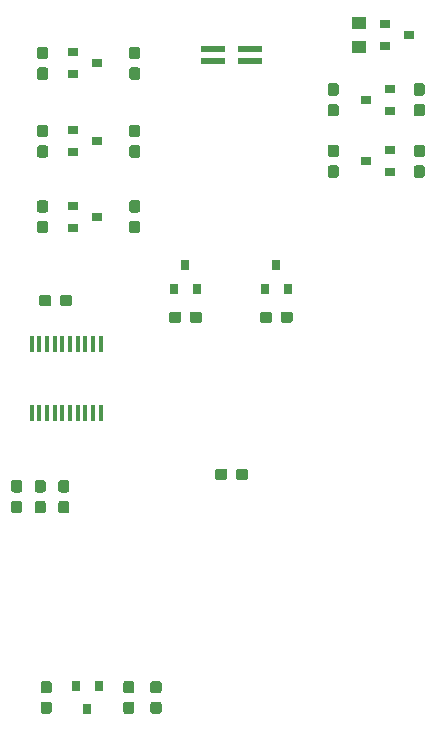
<source format=gtp>
G04 #@! TF.GenerationSoftware,KiCad,Pcbnew,5.0.2-bee76a0~70~ubuntu16.04.1*
G04 #@! TF.CreationDate,2018-12-01T17:09:34+05:30*
G04 #@! TF.ProjectId,senseBeTx_rev2,73656e73-6542-4655-9478-5f726576322e,rev?*
G04 #@! TF.SameCoordinates,Original*
G04 #@! TF.FileFunction,Paste,Top*
G04 #@! TF.FilePolarity,Positive*
%FSLAX46Y46*%
G04 Gerber Fmt 4.6, Leading zero omitted, Abs format (unit mm)*
G04 Created by KiCad (PCBNEW 5.0.2-bee76a0~70~ubuntu16.04.1) date Sat Dec  1 17:09:34 2018*
%MOMM*%
%LPD*%
G01*
G04 APERTURE LIST*
%ADD10R,0.450000X1.450000*%
%ADD11R,1.250000X1.000000*%
%ADD12C,0.100000*%
%ADD13C,0.950000*%
%ADD14R,0.900000X0.800000*%
%ADD15R,0.800000X0.900000*%
%ADD16R,2.000000X0.550000*%
G04 APERTURE END LIST*
D10*
G04 #@! TO.C,U1*
X16075000Y-159850000D03*
X16725000Y-159850000D03*
X17375000Y-159850000D03*
X18025000Y-159850000D03*
X18675000Y-159850000D03*
X19325000Y-159850000D03*
X19975000Y-159850000D03*
X20625000Y-159850000D03*
X21275000Y-159850000D03*
X21925000Y-159850000D03*
X21925000Y-153950000D03*
X21275000Y-153950000D03*
X20625000Y-153950000D03*
X19975000Y-153950000D03*
X19325000Y-153950000D03*
X18675000Y-153950000D03*
X18025000Y-153950000D03*
X17375000Y-153950000D03*
X16725000Y-153950000D03*
X16075000Y-153950000D03*
G04 #@! TD*
D11*
G04 #@! TO.C,C1*
X43800000Y-128800000D03*
X43800000Y-126800000D03*
G04 #@! TD*
D12*
G04 #@! TO.C,C2*
G36*
X32435779Y-164526144D02*
X32458834Y-164529563D01*
X32481443Y-164535227D01*
X32503387Y-164543079D01*
X32524457Y-164553044D01*
X32544448Y-164565026D01*
X32563168Y-164578910D01*
X32580438Y-164594562D01*
X32596090Y-164611832D01*
X32609974Y-164630552D01*
X32621956Y-164650543D01*
X32631921Y-164671613D01*
X32639773Y-164693557D01*
X32645437Y-164716166D01*
X32648856Y-164739221D01*
X32650000Y-164762500D01*
X32650000Y-165237500D01*
X32648856Y-165260779D01*
X32645437Y-165283834D01*
X32639773Y-165306443D01*
X32631921Y-165328387D01*
X32621956Y-165349457D01*
X32609974Y-165369448D01*
X32596090Y-165388168D01*
X32580438Y-165405438D01*
X32563168Y-165421090D01*
X32544448Y-165434974D01*
X32524457Y-165446956D01*
X32503387Y-165456921D01*
X32481443Y-165464773D01*
X32458834Y-165470437D01*
X32435779Y-165473856D01*
X32412500Y-165475000D01*
X31837500Y-165475000D01*
X31814221Y-165473856D01*
X31791166Y-165470437D01*
X31768557Y-165464773D01*
X31746613Y-165456921D01*
X31725543Y-165446956D01*
X31705552Y-165434974D01*
X31686832Y-165421090D01*
X31669562Y-165405438D01*
X31653910Y-165388168D01*
X31640026Y-165369448D01*
X31628044Y-165349457D01*
X31618079Y-165328387D01*
X31610227Y-165306443D01*
X31604563Y-165283834D01*
X31601144Y-165260779D01*
X31600000Y-165237500D01*
X31600000Y-164762500D01*
X31601144Y-164739221D01*
X31604563Y-164716166D01*
X31610227Y-164693557D01*
X31618079Y-164671613D01*
X31628044Y-164650543D01*
X31640026Y-164630552D01*
X31653910Y-164611832D01*
X31669562Y-164594562D01*
X31686832Y-164578910D01*
X31705552Y-164565026D01*
X31725543Y-164553044D01*
X31746613Y-164543079D01*
X31768557Y-164535227D01*
X31791166Y-164529563D01*
X31814221Y-164526144D01*
X31837500Y-164525000D01*
X32412500Y-164525000D01*
X32435779Y-164526144D01*
X32435779Y-164526144D01*
G37*
D13*
X32125000Y-165000000D03*
D12*
G36*
X34185779Y-164526144D02*
X34208834Y-164529563D01*
X34231443Y-164535227D01*
X34253387Y-164543079D01*
X34274457Y-164553044D01*
X34294448Y-164565026D01*
X34313168Y-164578910D01*
X34330438Y-164594562D01*
X34346090Y-164611832D01*
X34359974Y-164630552D01*
X34371956Y-164650543D01*
X34381921Y-164671613D01*
X34389773Y-164693557D01*
X34395437Y-164716166D01*
X34398856Y-164739221D01*
X34400000Y-164762500D01*
X34400000Y-165237500D01*
X34398856Y-165260779D01*
X34395437Y-165283834D01*
X34389773Y-165306443D01*
X34381921Y-165328387D01*
X34371956Y-165349457D01*
X34359974Y-165369448D01*
X34346090Y-165388168D01*
X34330438Y-165405438D01*
X34313168Y-165421090D01*
X34294448Y-165434974D01*
X34274457Y-165446956D01*
X34253387Y-165456921D01*
X34231443Y-165464773D01*
X34208834Y-165470437D01*
X34185779Y-165473856D01*
X34162500Y-165475000D01*
X33587500Y-165475000D01*
X33564221Y-165473856D01*
X33541166Y-165470437D01*
X33518557Y-165464773D01*
X33496613Y-165456921D01*
X33475543Y-165446956D01*
X33455552Y-165434974D01*
X33436832Y-165421090D01*
X33419562Y-165405438D01*
X33403910Y-165388168D01*
X33390026Y-165369448D01*
X33378044Y-165349457D01*
X33368079Y-165328387D01*
X33360227Y-165306443D01*
X33354563Y-165283834D01*
X33351144Y-165260779D01*
X33350000Y-165237500D01*
X33350000Y-164762500D01*
X33351144Y-164739221D01*
X33354563Y-164716166D01*
X33360227Y-164693557D01*
X33368079Y-164671613D01*
X33378044Y-164650543D01*
X33390026Y-164630552D01*
X33403910Y-164611832D01*
X33419562Y-164594562D01*
X33436832Y-164578910D01*
X33455552Y-164565026D01*
X33475543Y-164553044D01*
X33496613Y-164543079D01*
X33518557Y-164535227D01*
X33541166Y-164529563D01*
X33564221Y-164526144D01*
X33587500Y-164525000D01*
X34162500Y-164525000D01*
X34185779Y-164526144D01*
X34185779Y-164526144D01*
G37*
D13*
X33875000Y-165000000D03*
G04 #@! TD*
D12*
G04 #@! TO.C,C3*
G36*
X19060779Y-165501144D02*
X19083834Y-165504563D01*
X19106443Y-165510227D01*
X19128387Y-165518079D01*
X19149457Y-165528044D01*
X19169448Y-165540026D01*
X19188168Y-165553910D01*
X19205438Y-165569562D01*
X19221090Y-165586832D01*
X19234974Y-165605552D01*
X19246956Y-165625543D01*
X19256921Y-165646613D01*
X19264773Y-165668557D01*
X19270437Y-165691166D01*
X19273856Y-165714221D01*
X19275000Y-165737500D01*
X19275000Y-166312500D01*
X19273856Y-166335779D01*
X19270437Y-166358834D01*
X19264773Y-166381443D01*
X19256921Y-166403387D01*
X19246956Y-166424457D01*
X19234974Y-166444448D01*
X19221090Y-166463168D01*
X19205438Y-166480438D01*
X19188168Y-166496090D01*
X19169448Y-166509974D01*
X19149457Y-166521956D01*
X19128387Y-166531921D01*
X19106443Y-166539773D01*
X19083834Y-166545437D01*
X19060779Y-166548856D01*
X19037500Y-166550000D01*
X18562500Y-166550000D01*
X18539221Y-166548856D01*
X18516166Y-166545437D01*
X18493557Y-166539773D01*
X18471613Y-166531921D01*
X18450543Y-166521956D01*
X18430552Y-166509974D01*
X18411832Y-166496090D01*
X18394562Y-166480438D01*
X18378910Y-166463168D01*
X18365026Y-166444448D01*
X18353044Y-166424457D01*
X18343079Y-166403387D01*
X18335227Y-166381443D01*
X18329563Y-166358834D01*
X18326144Y-166335779D01*
X18325000Y-166312500D01*
X18325000Y-165737500D01*
X18326144Y-165714221D01*
X18329563Y-165691166D01*
X18335227Y-165668557D01*
X18343079Y-165646613D01*
X18353044Y-165625543D01*
X18365026Y-165605552D01*
X18378910Y-165586832D01*
X18394562Y-165569562D01*
X18411832Y-165553910D01*
X18430552Y-165540026D01*
X18450543Y-165528044D01*
X18471613Y-165518079D01*
X18493557Y-165510227D01*
X18516166Y-165504563D01*
X18539221Y-165501144D01*
X18562500Y-165500000D01*
X19037500Y-165500000D01*
X19060779Y-165501144D01*
X19060779Y-165501144D01*
G37*
D13*
X18800000Y-166025000D03*
D12*
G36*
X19060779Y-167251144D02*
X19083834Y-167254563D01*
X19106443Y-167260227D01*
X19128387Y-167268079D01*
X19149457Y-167278044D01*
X19169448Y-167290026D01*
X19188168Y-167303910D01*
X19205438Y-167319562D01*
X19221090Y-167336832D01*
X19234974Y-167355552D01*
X19246956Y-167375543D01*
X19256921Y-167396613D01*
X19264773Y-167418557D01*
X19270437Y-167441166D01*
X19273856Y-167464221D01*
X19275000Y-167487500D01*
X19275000Y-168062500D01*
X19273856Y-168085779D01*
X19270437Y-168108834D01*
X19264773Y-168131443D01*
X19256921Y-168153387D01*
X19246956Y-168174457D01*
X19234974Y-168194448D01*
X19221090Y-168213168D01*
X19205438Y-168230438D01*
X19188168Y-168246090D01*
X19169448Y-168259974D01*
X19149457Y-168271956D01*
X19128387Y-168281921D01*
X19106443Y-168289773D01*
X19083834Y-168295437D01*
X19060779Y-168298856D01*
X19037500Y-168300000D01*
X18562500Y-168300000D01*
X18539221Y-168298856D01*
X18516166Y-168295437D01*
X18493557Y-168289773D01*
X18471613Y-168281921D01*
X18450543Y-168271956D01*
X18430552Y-168259974D01*
X18411832Y-168246090D01*
X18394562Y-168230438D01*
X18378910Y-168213168D01*
X18365026Y-168194448D01*
X18353044Y-168174457D01*
X18343079Y-168153387D01*
X18335227Y-168131443D01*
X18329563Y-168108834D01*
X18326144Y-168085779D01*
X18325000Y-168062500D01*
X18325000Y-167487500D01*
X18326144Y-167464221D01*
X18329563Y-167441166D01*
X18335227Y-167418557D01*
X18343079Y-167396613D01*
X18353044Y-167375543D01*
X18365026Y-167355552D01*
X18378910Y-167336832D01*
X18394562Y-167319562D01*
X18411832Y-167303910D01*
X18430552Y-167290026D01*
X18450543Y-167278044D01*
X18471613Y-167268079D01*
X18493557Y-167260227D01*
X18516166Y-167254563D01*
X18539221Y-167251144D01*
X18562500Y-167250000D01*
X19037500Y-167250000D01*
X19060779Y-167251144D01*
X19060779Y-167251144D01*
G37*
D13*
X18800000Y-167775000D03*
G04 #@! TD*
D12*
G04 #@! TO.C,C4*
G36*
X17060779Y-167251144D02*
X17083834Y-167254563D01*
X17106443Y-167260227D01*
X17128387Y-167268079D01*
X17149457Y-167278044D01*
X17169448Y-167290026D01*
X17188168Y-167303910D01*
X17205438Y-167319562D01*
X17221090Y-167336832D01*
X17234974Y-167355552D01*
X17246956Y-167375543D01*
X17256921Y-167396613D01*
X17264773Y-167418557D01*
X17270437Y-167441166D01*
X17273856Y-167464221D01*
X17275000Y-167487500D01*
X17275000Y-168062500D01*
X17273856Y-168085779D01*
X17270437Y-168108834D01*
X17264773Y-168131443D01*
X17256921Y-168153387D01*
X17246956Y-168174457D01*
X17234974Y-168194448D01*
X17221090Y-168213168D01*
X17205438Y-168230438D01*
X17188168Y-168246090D01*
X17169448Y-168259974D01*
X17149457Y-168271956D01*
X17128387Y-168281921D01*
X17106443Y-168289773D01*
X17083834Y-168295437D01*
X17060779Y-168298856D01*
X17037500Y-168300000D01*
X16562500Y-168300000D01*
X16539221Y-168298856D01*
X16516166Y-168295437D01*
X16493557Y-168289773D01*
X16471613Y-168281921D01*
X16450543Y-168271956D01*
X16430552Y-168259974D01*
X16411832Y-168246090D01*
X16394562Y-168230438D01*
X16378910Y-168213168D01*
X16365026Y-168194448D01*
X16353044Y-168174457D01*
X16343079Y-168153387D01*
X16335227Y-168131443D01*
X16329563Y-168108834D01*
X16326144Y-168085779D01*
X16325000Y-168062500D01*
X16325000Y-167487500D01*
X16326144Y-167464221D01*
X16329563Y-167441166D01*
X16335227Y-167418557D01*
X16343079Y-167396613D01*
X16353044Y-167375543D01*
X16365026Y-167355552D01*
X16378910Y-167336832D01*
X16394562Y-167319562D01*
X16411832Y-167303910D01*
X16430552Y-167290026D01*
X16450543Y-167278044D01*
X16471613Y-167268079D01*
X16493557Y-167260227D01*
X16516166Y-167254563D01*
X16539221Y-167251144D01*
X16562500Y-167250000D01*
X17037500Y-167250000D01*
X17060779Y-167251144D01*
X17060779Y-167251144D01*
G37*
D13*
X16800000Y-167775000D03*
D12*
G36*
X17060779Y-165501144D02*
X17083834Y-165504563D01*
X17106443Y-165510227D01*
X17128387Y-165518079D01*
X17149457Y-165528044D01*
X17169448Y-165540026D01*
X17188168Y-165553910D01*
X17205438Y-165569562D01*
X17221090Y-165586832D01*
X17234974Y-165605552D01*
X17246956Y-165625543D01*
X17256921Y-165646613D01*
X17264773Y-165668557D01*
X17270437Y-165691166D01*
X17273856Y-165714221D01*
X17275000Y-165737500D01*
X17275000Y-166312500D01*
X17273856Y-166335779D01*
X17270437Y-166358834D01*
X17264773Y-166381443D01*
X17256921Y-166403387D01*
X17246956Y-166424457D01*
X17234974Y-166444448D01*
X17221090Y-166463168D01*
X17205438Y-166480438D01*
X17188168Y-166496090D01*
X17169448Y-166509974D01*
X17149457Y-166521956D01*
X17128387Y-166531921D01*
X17106443Y-166539773D01*
X17083834Y-166545437D01*
X17060779Y-166548856D01*
X17037500Y-166550000D01*
X16562500Y-166550000D01*
X16539221Y-166548856D01*
X16516166Y-166545437D01*
X16493557Y-166539773D01*
X16471613Y-166531921D01*
X16450543Y-166521956D01*
X16430552Y-166509974D01*
X16411832Y-166496090D01*
X16394562Y-166480438D01*
X16378910Y-166463168D01*
X16365026Y-166444448D01*
X16353044Y-166424457D01*
X16343079Y-166403387D01*
X16335227Y-166381443D01*
X16329563Y-166358834D01*
X16326144Y-166335779D01*
X16325000Y-166312500D01*
X16325000Y-165737500D01*
X16326144Y-165714221D01*
X16329563Y-165691166D01*
X16335227Y-165668557D01*
X16343079Y-165646613D01*
X16353044Y-165625543D01*
X16365026Y-165605552D01*
X16378910Y-165586832D01*
X16394562Y-165569562D01*
X16411832Y-165553910D01*
X16430552Y-165540026D01*
X16450543Y-165528044D01*
X16471613Y-165518079D01*
X16493557Y-165510227D01*
X16516166Y-165504563D01*
X16539221Y-165501144D01*
X16562500Y-165500000D01*
X17037500Y-165500000D01*
X17060779Y-165501144D01*
X17060779Y-165501144D01*
G37*
D13*
X16800000Y-166025000D03*
G04 #@! TD*
D14*
G04 #@! TO.C,Q2*
X46000000Y-126850000D03*
X46000000Y-128750000D03*
X48000000Y-127800000D03*
G04 #@! TD*
G04 #@! TO.C,Q3*
X44400000Y-133300000D03*
X46400000Y-132350000D03*
X46400000Y-134250000D03*
G04 #@! TD*
G04 #@! TO.C,Q4*
X46400000Y-139450000D03*
X46400000Y-137550000D03*
X44400000Y-138500000D03*
G04 #@! TD*
G04 #@! TO.C,Q5*
X21600000Y-143200000D03*
X19600000Y-144150000D03*
X19600000Y-142250000D03*
G04 #@! TD*
G04 #@! TO.C,Q6*
X19600000Y-135850000D03*
X19600000Y-137750000D03*
X21600000Y-136800000D03*
G04 #@! TD*
D15*
G04 #@! TO.C,Q7*
X29100000Y-147300000D03*
X30050000Y-149300000D03*
X28150000Y-149300000D03*
G04 #@! TD*
G04 #@! TO.C,Q8*
X35850000Y-149300000D03*
X37750000Y-149300000D03*
X36800000Y-147300000D03*
G04 #@! TD*
D12*
G04 #@! TO.C,R1*
G36*
X17560779Y-182501144D02*
X17583834Y-182504563D01*
X17606443Y-182510227D01*
X17628387Y-182518079D01*
X17649457Y-182528044D01*
X17669448Y-182540026D01*
X17688168Y-182553910D01*
X17705438Y-182569562D01*
X17721090Y-182586832D01*
X17734974Y-182605552D01*
X17746956Y-182625543D01*
X17756921Y-182646613D01*
X17764773Y-182668557D01*
X17770437Y-182691166D01*
X17773856Y-182714221D01*
X17775000Y-182737500D01*
X17775000Y-183312500D01*
X17773856Y-183335779D01*
X17770437Y-183358834D01*
X17764773Y-183381443D01*
X17756921Y-183403387D01*
X17746956Y-183424457D01*
X17734974Y-183444448D01*
X17721090Y-183463168D01*
X17705438Y-183480438D01*
X17688168Y-183496090D01*
X17669448Y-183509974D01*
X17649457Y-183521956D01*
X17628387Y-183531921D01*
X17606443Y-183539773D01*
X17583834Y-183545437D01*
X17560779Y-183548856D01*
X17537500Y-183550000D01*
X17062500Y-183550000D01*
X17039221Y-183548856D01*
X17016166Y-183545437D01*
X16993557Y-183539773D01*
X16971613Y-183531921D01*
X16950543Y-183521956D01*
X16930552Y-183509974D01*
X16911832Y-183496090D01*
X16894562Y-183480438D01*
X16878910Y-183463168D01*
X16865026Y-183444448D01*
X16853044Y-183424457D01*
X16843079Y-183403387D01*
X16835227Y-183381443D01*
X16829563Y-183358834D01*
X16826144Y-183335779D01*
X16825000Y-183312500D01*
X16825000Y-182737500D01*
X16826144Y-182714221D01*
X16829563Y-182691166D01*
X16835227Y-182668557D01*
X16843079Y-182646613D01*
X16853044Y-182625543D01*
X16865026Y-182605552D01*
X16878910Y-182586832D01*
X16894562Y-182569562D01*
X16911832Y-182553910D01*
X16930552Y-182540026D01*
X16950543Y-182528044D01*
X16971613Y-182518079D01*
X16993557Y-182510227D01*
X17016166Y-182504563D01*
X17039221Y-182501144D01*
X17062500Y-182500000D01*
X17537500Y-182500000D01*
X17560779Y-182501144D01*
X17560779Y-182501144D01*
G37*
D13*
X17300000Y-183025000D03*
D12*
G36*
X17560779Y-184251144D02*
X17583834Y-184254563D01*
X17606443Y-184260227D01*
X17628387Y-184268079D01*
X17649457Y-184278044D01*
X17669448Y-184290026D01*
X17688168Y-184303910D01*
X17705438Y-184319562D01*
X17721090Y-184336832D01*
X17734974Y-184355552D01*
X17746956Y-184375543D01*
X17756921Y-184396613D01*
X17764773Y-184418557D01*
X17770437Y-184441166D01*
X17773856Y-184464221D01*
X17775000Y-184487500D01*
X17775000Y-185062500D01*
X17773856Y-185085779D01*
X17770437Y-185108834D01*
X17764773Y-185131443D01*
X17756921Y-185153387D01*
X17746956Y-185174457D01*
X17734974Y-185194448D01*
X17721090Y-185213168D01*
X17705438Y-185230438D01*
X17688168Y-185246090D01*
X17669448Y-185259974D01*
X17649457Y-185271956D01*
X17628387Y-185281921D01*
X17606443Y-185289773D01*
X17583834Y-185295437D01*
X17560779Y-185298856D01*
X17537500Y-185300000D01*
X17062500Y-185300000D01*
X17039221Y-185298856D01*
X17016166Y-185295437D01*
X16993557Y-185289773D01*
X16971613Y-185281921D01*
X16950543Y-185271956D01*
X16930552Y-185259974D01*
X16911832Y-185246090D01*
X16894562Y-185230438D01*
X16878910Y-185213168D01*
X16865026Y-185194448D01*
X16853044Y-185174457D01*
X16843079Y-185153387D01*
X16835227Y-185131443D01*
X16829563Y-185108834D01*
X16826144Y-185085779D01*
X16825000Y-185062500D01*
X16825000Y-184487500D01*
X16826144Y-184464221D01*
X16829563Y-184441166D01*
X16835227Y-184418557D01*
X16843079Y-184396613D01*
X16853044Y-184375543D01*
X16865026Y-184355552D01*
X16878910Y-184336832D01*
X16894562Y-184319562D01*
X16911832Y-184303910D01*
X16930552Y-184290026D01*
X16950543Y-184278044D01*
X16971613Y-184268079D01*
X16993557Y-184260227D01*
X17016166Y-184254563D01*
X17039221Y-184251144D01*
X17062500Y-184250000D01*
X17537500Y-184250000D01*
X17560779Y-184251144D01*
X17560779Y-184251144D01*
G37*
D13*
X17300000Y-184775000D03*
G04 #@! TD*
D12*
G04 #@! TO.C,R2*
G36*
X24560779Y-184251144D02*
X24583834Y-184254563D01*
X24606443Y-184260227D01*
X24628387Y-184268079D01*
X24649457Y-184278044D01*
X24669448Y-184290026D01*
X24688168Y-184303910D01*
X24705438Y-184319562D01*
X24721090Y-184336832D01*
X24734974Y-184355552D01*
X24746956Y-184375543D01*
X24756921Y-184396613D01*
X24764773Y-184418557D01*
X24770437Y-184441166D01*
X24773856Y-184464221D01*
X24775000Y-184487500D01*
X24775000Y-185062500D01*
X24773856Y-185085779D01*
X24770437Y-185108834D01*
X24764773Y-185131443D01*
X24756921Y-185153387D01*
X24746956Y-185174457D01*
X24734974Y-185194448D01*
X24721090Y-185213168D01*
X24705438Y-185230438D01*
X24688168Y-185246090D01*
X24669448Y-185259974D01*
X24649457Y-185271956D01*
X24628387Y-185281921D01*
X24606443Y-185289773D01*
X24583834Y-185295437D01*
X24560779Y-185298856D01*
X24537500Y-185300000D01*
X24062500Y-185300000D01*
X24039221Y-185298856D01*
X24016166Y-185295437D01*
X23993557Y-185289773D01*
X23971613Y-185281921D01*
X23950543Y-185271956D01*
X23930552Y-185259974D01*
X23911832Y-185246090D01*
X23894562Y-185230438D01*
X23878910Y-185213168D01*
X23865026Y-185194448D01*
X23853044Y-185174457D01*
X23843079Y-185153387D01*
X23835227Y-185131443D01*
X23829563Y-185108834D01*
X23826144Y-185085779D01*
X23825000Y-185062500D01*
X23825000Y-184487500D01*
X23826144Y-184464221D01*
X23829563Y-184441166D01*
X23835227Y-184418557D01*
X23843079Y-184396613D01*
X23853044Y-184375543D01*
X23865026Y-184355552D01*
X23878910Y-184336832D01*
X23894562Y-184319562D01*
X23911832Y-184303910D01*
X23930552Y-184290026D01*
X23950543Y-184278044D01*
X23971613Y-184268079D01*
X23993557Y-184260227D01*
X24016166Y-184254563D01*
X24039221Y-184251144D01*
X24062500Y-184250000D01*
X24537500Y-184250000D01*
X24560779Y-184251144D01*
X24560779Y-184251144D01*
G37*
D13*
X24300000Y-184775000D03*
D12*
G36*
X24560779Y-182501144D02*
X24583834Y-182504563D01*
X24606443Y-182510227D01*
X24628387Y-182518079D01*
X24649457Y-182528044D01*
X24669448Y-182540026D01*
X24688168Y-182553910D01*
X24705438Y-182569562D01*
X24721090Y-182586832D01*
X24734974Y-182605552D01*
X24746956Y-182625543D01*
X24756921Y-182646613D01*
X24764773Y-182668557D01*
X24770437Y-182691166D01*
X24773856Y-182714221D01*
X24775000Y-182737500D01*
X24775000Y-183312500D01*
X24773856Y-183335779D01*
X24770437Y-183358834D01*
X24764773Y-183381443D01*
X24756921Y-183403387D01*
X24746956Y-183424457D01*
X24734974Y-183444448D01*
X24721090Y-183463168D01*
X24705438Y-183480438D01*
X24688168Y-183496090D01*
X24669448Y-183509974D01*
X24649457Y-183521956D01*
X24628387Y-183531921D01*
X24606443Y-183539773D01*
X24583834Y-183545437D01*
X24560779Y-183548856D01*
X24537500Y-183550000D01*
X24062500Y-183550000D01*
X24039221Y-183548856D01*
X24016166Y-183545437D01*
X23993557Y-183539773D01*
X23971613Y-183531921D01*
X23950543Y-183521956D01*
X23930552Y-183509974D01*
X23911832Y-183496090D01*
X23894562Y-183480438D01*
X23878910Y-183463168D01*
X23865026Y-183444448D01*
X23853044Y-183424457D01*
X23843079Y-183403387D01*
X23835227Y-183381443D01*
X23829563Y-183358834D01*
X23826144Y-183335779D01*
X23825000Y-183312500D01*
X23825000Y-182737500D01*
X23826144Y-182714221D01*
X23829563Y-182691166D01*
X23835227Y-182668557D01*
X23843079Y-182646613D01*
X23853044Y-182625543D01*
X23865026Y-182605552D01*
X23878910Y-182586832D01*
X23894562Y-182569562D01*
X23911832Y-182553910D01*
X23930552Y-182540026D01*
X23950543Y-182528044D01*
X23971613Y-182518079D01*
X23993557Y-182510227D01*
X24016166Y-182504563D01*
X24039221Y-182501144D01*
X24062500Y-182500000D01*
X24537500Y-182500000D01*
X24560779Y-182501144D01*
X24560779Y-182501144D01*
G37*
D13*
X24300000Y-183025000D03*
G04 #@! TD*
D12*
G04 #@! TO.C,R3*
G36*
X26860779Y-182501144D02*
X26883834Y-182504563D01*
X26906443Y-182510227D01*
X26928387Y-182518079D01*
X26949457Y-182528044D01*
X26969448Y-182540026D01*
X26988168Y-182553910D01*
X27005438Y-182569562D01*
X27021090Y-182586832D01*
X27034974Y-182605552D01*
X27046956Y-182625543D01*
X27056921Y-182646613D01*
X27064773Y-182668557D01*
X27070437Y-182691166D01*
X27073856Y-182714221D01*
X27075000Y-182737500D01*
X27075000Y-183312500D01*
X27073856Y-183335779D01*
X27070437Y-183358834D01*
X27064773Y-183381443D01*
X27056921Y-183403387D01*
X27046956Y-183424457D01*
X27034974Y-183444448D01*
X27021090Y-183463168D01*
X27005438Y-183480438D01*
X26988168Y-183496090D01*
X26969448Y-183509974D01*
X26949457Y-183521956D01*
X26928387Y-183531921D01*
X26906443Y-183539773D01*
X26883834Y-183545437D01*
X26860779Y-183548856D01*
X26837500Y-183550000D01*
X26362500Y-183550000D01*
X26339221Y-183548856D01*
X26316166Y-183545437D01*
X26293557Y-183539773D01*
X26271613Y-183531921D01*
X26250543Y-183521956D01*
X26230552Y-183509974D01*
X26211832Y-183496090D01*
X26194562Y-183480438D01*
X26178910Y-183463168D01*
X26165026Y-183444448D01*
X26153044Y-183424457D01*
X26143079Y-183403387D01*
X26135227Y-183381443D01*
X26129563Y-183358834D01*
X26126144Y-183335779D01*
X26125000Y-183312500D01*
X26125000Y-182737500D01*
X26126144Y-182714221D01*
X26129563Y-182691166D01*
X26135227Y-182668557D01*
X26143079Y-182646613D01*
X26153044Y-182625543D01*
X26165026Y-182605552D01*
X26178910Y-182586832D01*
X26194562Y-182569562D01*
X26211832Y-182553910D01*
X26230552Y-182540026D01*
X26250543Y-182528044D01*
X26271613Y-182518079D01*
X26293557Y-182510227D01*
X26316166Y-182504563D01*
X26339221Y-182501144D01*
X26362500Y-182500000D01*
X26837500Y-182500000D01*
X26860779Y-182501144D01*
X26860779Y-182501144D01*
G37*
D13*
X26600000Y-183025000D03*
D12*
G36*
X26860779Y-184251144D02*
X26883834Y-184254563D01*
X26906443Y-184260227D01*
X26928387Y-184268079D01*
X26949457Y-184278044D01*
X26969448Y-184290026D01*
X26988168Y-184303910D01*
X27005438Y-184319562D01*
X27021090Y-184336832D01*
X27034974Y-184355552D01*
X27046956Y-184375543D01*
X27056921Y-184396613D01*
X27064773Y-184418557D01*
X27070437Y-184441166D01*
X27073856Y-184464221D01*
X27075000Y-184487500D01*
X27075000Y-185062500D01*
X27073856Y-185085779D01*
X27070437Y-185108834D01*
X27064773Y-185131443D01*
X27056921Y-185153387D01*
X27046956Y-185174457D01*
X27034974Y-185194448D01*
X27021090Y-185213168D01*
X27005438Y-185230438D01*
X26988168Y-185246090D01*
X26969448Y-185259974D01*
X26949457Y-185271956D01*
X26928387Y-185281921D01*
X26906443Y-185289773D01*
X26883834Y-185295437D01*
X26860779Y-185298856D01*
X26837500Y-185300000D01*
X26362500Y-185300000D01*
X26339221Y-185298856D01*
X26316166Y-185295437D01*
X26293557Y-185289773D01*
X26271613Y-185281921D01*
X26250543Y-185271956D01*
X26230552Y-185259974D01*
X26211832Y-185246090D01*
X26194562Y-185230438D01*
X26178910Y-185213168D01*
X26165026Y-185194448D01*
X26153044Y-185174457D01*
X26143079Y-185153387D01*
X26135227Y-185131443D01*
X26129563Y-185108834D01*
X26126144Y-185085779D01*
X26125000Y-185062500D01*
X26125000Y-184487500D01*
X26126144Y-184464221D01*
X26129563Y-184441166D01*
X26135227Y-184418557D01*
X26143079Y-184396613D01*
X26153044Y-184375543D01*
X26165026Y-184355552D01*
X26178910Y-184336832D01*
X26194562Y-184319562D01*
X26211832Y-184303910D01*
X26230552Y-184290026D01*
X26250543Y-184278044D01*
X26271613Y-184268079D01*
X26293557Y-184260227D01*
X26316166Y-184254563D01*
X26339221Y-184251144D01*
X26362500Y-184250000D01*
X26837500Y-184250000D01*
X26860779Y-184251144D01*
X26860779Y-184251144D01*
G37*
D13*
X26600000Y-184775000D03*
G04 #@! TD*
D12*
G04 #@! TO.C,R4*
G36*
X41860779Y-137101144D02*
X41883834Y-137104563D01*
X41906443Y-137110227D01*
X41928387Y-137118079D01*
X41949457Y-137128044D01*
X41969448Y-137140026D01*
X41988168Y-137153910D01*
X42005438Y-137169562D01*
X42021090Y-137186832D01*
X42034974Y-137205552D01*
X42046956Y-137225543D01*
X42056921Y-137246613D01*
X42064773Y-137268557D01*
X42070437Y-137291166D01*
X42073856Y-137314221D01*
X42075000Y-137337500D01*
X42075000Y-137912500D01*
X42073856Y-137935779D01*
X42070437Y-137958834D01*
X42064773Y-137981443D01*
X42056921Y-138003387D01*
X42046956Y-138024457D01*
X42034974Y-138044448D01*
X42021090Y-138063168D01*
X42005438Y-138080438D01*
X41988168Y-138096090D01*
X41969448Y-138109974D01*
X41949457Y-138121956D01*
X41928387Y-138131921D01*
X41906443Y-138139773D01*
X41883834Y-138145437D01*
X41860779Y-138148856D01*
X41837500Y-138150000D01*
X41362500Y-138150000D01*
X41339221Y-138148856D01*
X41316166Y-138145437D01*
X41293557Y-138139773D01*
X41271613Y-138131921D01*
X41250543Y-138121956D01*
X41230552Y-138109974D01*
X41211832Y-138096090D01*
X41194562Y-138080438D01*
X41178910Y-138063168D01*
X41165026Y-138044448D01*
X41153044Y-138024457D01*
X41143079Y-138003387D01*
X41135227Y-137981443D01*
X41129563Y-137958834D01*
X41126144Y-137935779D01*
X41125000Y-137912500D01*
X41125000Y-137337500D01*
X41126144Y-137314221D01*
X41129563Y-137291166D01*
X41135227Y-137268557D01*
X41143079Y-137246613D01*
X41153044Y-137225543D01*
X41165026Y-137205552D01*
X41178910Y-137186832D01*
X41194562Y-137169562D01*
X41211832Y-137153910D01*
X41230552Y-137140026D01*
X41250543Y-137128044D01*
X41271613Y-137118079D01*
X41293557Y-137110227D01*
X41316166Y-137104563D01*
X41339221Y-137101144D01*
X41362500Y-137100000D01*
X41837500Y-137100000D01*
X41860779Y-137101144D01*
X41860779Y-137101144D01*
G37*
D13*
X41600000Y-137625000D03*
D12*
G36*
X41860779Y-138851144D02*
X41883834Y-138854563D01*
X41906443Y-138860227D01*
X41928387Y-138868079D01*
X41949457Y-138878044D01*
X41969448Y-138890026D01*
X41988168Y-138903910D01*
X42005438Y-138919562D01*
X42021090Y-138936832D01*
X42034974Y-138955552D01*
X42046956Y-138975543D01*
X42056921Y-138996613D01*
X42064773Y-139018557D01*
X42070437Y-139041166D01*
X42073856Y-139064221D01*
X42075000Y-139087500D01*
X42075000Y-139662500D01*
X42073856Y-139685779D01*
X42070437Y-139708834D01*
X42064773Y-139731443D01*
X42056921Y-139753387D01*
X42046956Y-139774457D01*
X42034974Y-139794448D01*
X42021090Y-139813168D01*
X42005438Y-139830438D01*
X41988168Y-139846090D01*
X41969448Y-139859974D01*
X41949457Y-139871956D01*
X41928387Y-139881921D01*
X41906443Y-139889773D01*
X41883834Y-139895437D01*
X41860779Y-139898856D01*
X41837500Y-139900000D01*
X41362500Y-139900000D01*
X41339221Y-139898856D01*
X41316166Y-139895437D01*
X41293557Y-139889773D01*
X41271613Y-139881921D01*
X41250543Y-139871956D01*
X41230552Y-139859974D01*
X41211832Y-139846090D01*
X41194562Y-139830438D01*
X41178910Y-139813168D01*
X41165026Y-139794448D01*
X41153044Y-139774457D01*
X41143079Y-139753387D01*
X41135227Y-139731443D01*
X41129563Y-139708834D01*
X41126144Y-139685779D01*
X41125000Y-139662500D01*
X41125000Y-139087500D01*
X41126144Y-139064221D01*
X41129563Y-139041166D01*
X41135227Y-139018557D01*
X41143079Y-138996613D01*
X41153044Y-138975543D01*
X41165026Y-138955552D01*
X41178910Y-138936832D01*
X41194562Y-138919562D01*
X41211832Y-138903910D01*
X41230552Y-138890026D01*
X41250543Y-138878044D01*
X41271613Y-138868079D01*
X41293557Y-138860227D01*
X41316166Y-138854563D01*
X41339221Y-138851144D01*
X41362500Y-138850000D01*
X41837500Y-138850000D01*
X41860779Y-138851144D01*
X41860779Y-138851144D01*
G37*
D13*
X41600000Y-139375000D03*
G04 #@! TD*
D12*
G04 #@! TO.C,R5*
G36*
X41860779Y-133651144D02*
X41883834Y-133654563D01*
X41906443Y-133660227D01*
X41928387Y-133668079D01*
X41949457Y-133678044D01*
X41969448Y-133690026D01*
X41988168Y-133703910D01*
X42005438Y-133719562D01*
X42021090Y-133736832D01*
X42034974Y-133755552D01*
X42046956Y-133775543D01*
X42056921Y-133796613D01*
X42064773Y-133818557D01*
X42070437Y-133841166D01*
X42073856Y-133864221D01*
X42075000Y-133887500D01*
X42075000Y-134462500D01*
X42073856Y-134485779D01*
X42070437Y-134508834D01*
X42064773Y-134531443D01*
X42056921Y-134553387D01*
X42046956Y-134574457D01*
X42034974Y-134594448D01*
X42021090Y-134613168D01*
X42005438Y-134630438D01*
X41988168Y-134646090D01*
X41969448Y-134659974D01*
X41949457Y-134671956D01*
X41928387Y-134681921D01*
X41906443Y-134689773D01*
X41883834Y-134695437D01*
X41860779Y-134698856D01*
X41837500Y-134700000D01*
X41362500Y-134700000D01*
X41339221Y-134698856D01*
X41316166Y-134695437D01*
X41293557Y-134689773D01*
X41271613Y-134681921D01*
X41250543Y-134671956D01*
X41230552Y-134659974D01*
X41211832Y-134646090D01*
X41194562Y-134630438D01*
X41178910Y-134613168D01*
X41165026Y-134594448D01*
X41153044Y-134574457D01*
X41143079Y-134553387D01*
X41135227Y-134531443D01*
X41129563Y-134508834D01*
X41126144Y-134485779D01*
X41125000Y-134462500D01*
X41125000Y-133887500D01*
X41126144Y-133864221D01*
X41129563Y-133841166D01*
X41135227Y-133818557D01*
X41143079Y-133796613D01*
X41153044Y-133775543D01*
X41165026Y-133755552D01*
X41178910Y-133736832D01*
X41194562Y-133719562D01*
X41211832Y-133703910D01*
X41230552Y-133690026D01*
X41250543Y-133678044D01*
X41271613Y-133668079D01*
X41293557Y-133660227D01*
X41316166Y-133654563D01*
X41339221Y-133651144D01*
X41362500Y-133650000D01*
X41837500Y-133650000D01*
X41860779Y-133651144D01*
X41860779Y-133651144D01*
G37*
D13*
X41600000Y-134175000D03*
D12*
G36*
X41860779Y-131901144D02*
X41883834Y-131904563D01*
X41906443Y-131910227D01*
X41928387Y-131918079D01*
X41949457Y-131928044D01*
X41969448Y-131940026D01*
X41988168Y-131953910D01*
X42005438Y-131969562D01*
X42021090Y-131986832D01*
X42034974Y-132005552D01*
X42046956Y-132025543D01*
X42056921Y-132046613D01*
X42064773Y-132068557D01*
X42070437Y-132091166D01*
X42073856Y-132114221D01*
X42075000Y-132137500D01*
X42075000Y-132712500D01*
X42073856Y-132735779D01*
X42070437Y-132758834D01*
X42064773Y-132781443D01*
X42056921Y-132803387D01*
X42046956Y-132824457D01*
X42034974Y-132844448D01*
X42021090Y-132863168D01*
X42005438Y-132880438D01*
X41988168Y-132896090D01*
X41969448Y-132909974D01*
X41949457Y-132921956D01*
X41928387Y-132931921D01*
X41906443Y-132939773D01*
X41883834Y-132945437D01*
X41860779Y-132948856D01*
X41837500Y-132950000D01*
X41362500Y-132950000D01*
X41339221Y-132948856D01*
X41316166Y-132945437D01*
X41293557Y-132939773D01*
X41271613Y-132931921D01*
X41250543Y-132921956D01*
X41230552Y-132909974D01*
X41211832Y-132896090D01*
X41194562Y-132880438D01*
X41178910Y-132863168D01*
X41165026Y-132844448D01*
X41153044Y-132824457D01*
X41143079Y-132803387D01*
X41135227Y-132781443D01*
X41129563Y-132758834D01*
X41126144Y-132735779D01*
X41125000Y-132712500D01*
X41125000Y-132137500D01*
X41126144Y-132114221D01*
X41129563Y-132091166D01*
X41135227Y-132068557D01*
X41143079Y-132046613D01*
X41153044Y-132025543D01*
X41165026Y-132005552D01*
X41178910Y-131986832D01*
X41194562Y-131969562D01*
X41211832Y-131953910D01*
X41230552Y-131940026D01*
X41250543Y-131928044D01*
X41271613Y-131918079D01*
X41293557Y-131910227D01*
X41316166Y-131904563D01*
X41339221Y-131901144D01*
X41362500Y-131900000D01*
X41837500Y-131900000D01*
X41860779Y-131901144D01*
X41860779Y-131901144D01*
G37*
D13*
X41600000Y-132425000D03*
G04 #@! TD*
D12*
G04 #@! TO.C,R6*
G36*
X49160779Y-133651144D02*
X49183834Y-133654563D01*
X49206443Y-133660227D01*
X49228387Y-133668079D01*
X49249457Y-133678044D01*
X49269448Y-133690026D01*
X49288168Y-133703910D01*
X49305438Y-133719562D01*
X49321090Y-133736832D01*
X49334974Y-133755552D01*
X49346956Y-133775543D01*
X49356921Y-133796613D01*
X49364773Y-133818557D01*
X49370437Y-133841166D01*
X49373856Y-133864221D01*
X49375000Y-133887500D01*
X49375000Y-134462500D01*
X49373856Y-134485779D01*
X49370437Y-134508834D01*
X49364773Y-134531443D01*
X49356921Y-134553387D01*
X49346956Y-134574457D01*
X49334974Y-134594448D01*
X49321090Y-134613168D01*
X49305438Y-134630438D01*
X49288168Y-134646090D01*
X49269448Y-134659974D01*
X49249457Y-134671956D01*
X49228387Y-134681921D01*
X49206443Y-134689773D01*
X49183834Y-134695437D01*
X49160779Y-134698856D01*
X49137500Y-134700000D01*
X48662500Y-134700000D01*
X48639221Y-134698856D01*
X48616166Y-134695437D01*
X48593557Y-134689773D01*
X48571613Y-134681921D01*
X48550543Y-134671956D01*
X48530552Y-134659974D01*
X48511832Y-134646090D01*
X48494562Y-134630438D01*
X48478910Y-134613168D01*
X48465026Y-134594448D01*
X48453044Y-134574457D01*
X48443079Y-134553387D01*
X48435227Y-134531443D01*
X48429563Y-134508834D01*
X48426144Y-134485779D01*
X48425000Y-134462500D01*
X48425000Y-133887500D01*
X48426144Y-133864221D01*
X48429563Y-133841166D01*
X48435227Y-133818557D01*
X48443079Y-133796613D01*
X48453044Y-133775543D01*
X48465026Y-133755552D01*
X48478910Y-133736832D01*
X48494562Y-133719562D01*
X48511832Y-133703910D01*
X48530552Y-133690026D01*
X48550543Y-133678044D01*
X48571613Y-133668079D01*
X48593557Y-133660227D01*
X48616166Y-133654563D01*
X48639221Y-133651144D01*
X48662500Y-133650000D01*
X49137500Y-133650000D01*
X49160779Y-133651144D01*
X49160779Y-133651144D01*
G37*
D13*
X48900000Y-134175000D03*
D12*
G36*
X49160779Y-131901144D02*
X49183834Y-131904563D01*
X49206443Y-131910227D01*
X49228387Y-131918079D01*
X49249457Y-131928044D01*
X49269448Y-131940026D01*
X49288168Y-131953910D01*
X49305438Y-131969562D01*
X49321090Y-131986832D01*
X49334974Y-132005552D01*
X49346956Y-132025543D01*
X49356921Y-132046613D01*
X49364773Y-132068557D01*
X49370437Y-132091166D01*
X49373856Y-132114221D01*
X49375000Y-132137500D01*
X49375000Y-132712500D01*
X49373856Y-132735779D01*
X49370437Y-132758834D01*
X49364773Y-132781443D01*
X49356921Y-132803387D01*
X49346956Y-132824457D01*
X49334974Y-132844448D01*
X49321090Y-132863168D01*
X49305438Y-132880438D01*
X49288168Y-132896090D01*
X49269448Y-132909974D01*
X49249457Y-132921956D01*
X49228387Y-132931921D01*
X49206443Y-132939773D01*
X49183834Y-132945437D01*
X49160779Y-132948856D01*
X49137500Y-132950000D01*
X48662500Y-132950000D01*
X48639221Y-132948856D01*
X48616166Y-132945437D01*
X48593557Y-132939773D01*
X48571613Y-132931921D01*
X48550543Y-132921956D01*
X48530552Y-132909974D01*
X48511832Y-132896090D01*
X48494562Y-132880438D01*
X48478910Y-132863168D01*
X48465026Y-132844448D01*
X48453044Y-132824457D01*
X48443079Y-132803387D01*
X48435227Y-132781443D01*
X48429563Y-132758834D01*
X48426144Y-132735779D01*
X48425000Y-132712500D01*
X48425000Y-132137500D01*
X48426144Y-132114221D01*
X48429563Y-132091166D01*
X48435227Y-132068557D01*
X48443079Y-132046613D01*
X48453044Y-132025543D01*
X48465026Y-132005552D01*
X48478910Y-131986832D01*
X48494562Y-131969562D01*
X48511832Y-131953910D01*
X48530552Y-131940026D01*
X48550543Y-131928044D01*
X48571613Y-131918079D01*
X48593557Y-131910227D01*
X48616166Y-131904563D01*
X48639221Y-131901144D01*
X48662500Y-131900000D01*
X49137500Y-131900000D01*
X49160779Y-131901144D01*
X49160779Y-131901144D01*
G37*
D13*
X48900000Y-132425000D03*
G04 #@! TD*
D12*
G04 #@! TO.C,R7*
G36*
X49160779Y-137101144D02*
X49183834Y-137104563D01*
X49206443Y-137110227D01*
X49228387Y-137118079D01*
X49249457Y-137128044D01*
X49269448Y-137140026D01*
X49288168Y-137153910D01*
X49305438Y-137169562D01*
X49321090Y-137186832D01*
X49334974Y-137205552D01*
X49346956Y-137225543D01*
X49356921Y-137246613D01*
X49364773Y-137268557D01*
X49370437Y-137291166D01*
X49373856Y-137314221D01*
X49375000Y-137337500D01*
X49375000Y-137912500D01*
X49373856Y-137935779D01*
X49370437Y-137958834D01*
X49364773Y-137981443D01*
X49356921Y-138003387D01*
X49346956Y-138024457D01*
X49334974Y-138044448D01*
X49321090Y-138063168D01*
X49305438Y-138080438D01*
X49288168Y-138096090D01*
X49269448Y-138109974D01*
X49249457Y-138121956D01*
X49228387Y-138131921D01*
X49206443Y-138139773D01*
X49183834Y-138145437D01*
X49160779Y-138148856D01*
X49137500Y-138150000D01*
X48662500Y-138150000D01*
X48639221Y-138148856D01*
X48616166Y-138145437D01*
X48593557Y-138139773D01*
X48571613Y-138131921D01*
X48550543Y-138121956D01*
X48530552Y-138109974D01*
X48511832Y-138096090D01*
X48494562Y-138080438D01*
X48478910Y-138063168D01*
X48465026Y-138044448D01*
X48453044Y-138024457D01*
X48443079Y-138003387D01*
X48435227Y-137981443D01*
X48429563Y-137958834D01*
X48426144Y-137935779D01*
X48425000Y-137912500D01*
X48425000Y-137337500D01*
X48426144Y-137314221D01*
X48429563Y-137291166D01*
X48435227Y-137268557D01*
X48443079Y-137246613D01*
X48453044Y-137225543D01*
X48465026Y-137205552D01*
X48478910Y-137186832D01*
X48494562Y-137169562D01*
X48511832Y-137153910D01*
X48530552Y-137140026D01*
X48550543Y-137128044D01*
X48571613Y-137118079D01*
X48593557Y-137110227D01*
X48616166Y-137104563D01*
X48639221Y-137101144D01*
X48662500Y-137100000D01*
X49137500Y-137100000D01*
X49160779Y-137101144D01*
X49160779Y-137101144D01*
G37*
D13*
X48900000Y-137625000D03*
D12*
G36*
X49160779Y-138851144D02*
X49183834Y-138854563D01*
X49206443Y-138860227D01*
X49228387Y-138868079D01*
X49249457Y-138878044D01*
X49269448Y-138890026D01*
X49288168Y-138903910D01*
X49305438Y-138919562D01*
X49321090Y-138936832D01*
X49334974Y-138955552D01*
X49346956Y-138975543D01*
X49356921Y-138996613D01*
X49364773Y-139018557D01*
X49370437Y-139041166D01*
X49373856Y-139064221D01*
X49375000Y-139087500D01*
X49375000Y-139662500D01*
X49373856Y-139685779D01*
X49370437Y-139708834D01*
X49364773Y-139731443D01*
X49356921Y-139753387D01*
X49346956Y-139774457D01*
X49334974Y-139794448D01*
X49321090Y-139813168D01*
X49305438Y-139830438D01*
X49288168Y-139846090D01*
X49269448Y-139859974D01*
X49249457Y-139871956D01*
X49228387Y-139881921D01*
X49206443Y-139889773D01*
X49183834Y-139895437D01*
X49160779Y-139898856D01*
X49137500Y-139900000D01*
X48662500Y-139900000D01*
X48639221Y-139898856D01*
X48616166Y-139895437D01*
X48593557Y-139889773D01*
X48571613Y-139881921D01*
X48550543Y-139871956D01*
X48530552Y-139859974D01*
X48511832Y-139846090D01*
X48494562Y-139830438D01*
X48478910Y-139813168D01*
X48465026Y-139794448D01*
X48453044Y-139774457D01*
X48443079Y-139753387D01*
X48435227Y-139731443D01*
X48429563Y-139708834D01*
X48426144Y-139685779D01*
X48425000Y-139662500D01*
X48425000Y-139087500D01*
X48426144Y-139064221D01*
X48429563Y-139041166D01*
X48435227Y-139018557D01*
X48443079Y-138996613D01*
X48453044Y-138975543D01*
X48465026Y-138955552D01*
X48478910Y-138936832D01*
X48494562Y-138919562D01*
X48511832Y-138903910D01*
X48530552Y-138890026D01*
X48550543Y-138878044D01*
X48571613Y-138868079D01*
X48593557Y-138860227D01*
X48616166Y-138854563D01*
X48639221Y-138851144D01*
X48662500Y-138850000D01*
X49137500Y-138850000D01*
X49160779Y-138851144D01*
X49160779Y-138851144D01*
G37*
D13*
X48900000Y-139375000D03*
G04 #@! TD*
D12*
G04 #@! TO.C,R8*
G36*
X17260779Y-141801144D02*
X17283834Y-141804563D01*
X17306443Y-141810227D01*
X17328387Y-141818079D01*
X17349457Y-141828044D01*
X17369448Y-141840026D01*
X17388168Y-141853910D01*
X17405438Y-141869562D01*
X17421090Y-141886832D01*
X17434974Y-141905552D01*
X17446956Y-141925543D01*
X17456921Y-141946613D01*
X17464773Y-141968557D01*
X17470437Y-141991166D01*
X17473856Y-142014221D01*
X17475000Y-142037500D01*
X17475000Y-142612500D01*
X17473856Y-142635779D01*
X17470437Y-142658834D01*
X17464773Y-142681443D01*
X17456921Y-142703387D01*
X17446956Y-142724457D01*
X17434974Y-142744448D01*
X17421090Y-142763168D01*
X17405438Y-142780438D01*
X17388168Y-142796090D01*
X17369448Y-142809974D01*
X17349457Y-142821956D01*
X17328387Y-142831921D01*
X17306443Y-142839773D01*
X17283834Y-142845437D01*
X17260779Y-142848856D01*
X17237500Y-142850000D01*
X16762500Y-142850000D01*
X16739221Y-142848856D01*
X16716166Y-142845437D01*
X16693557Y-142839773D01*
X16671613Y-142831921D01*
X16650543Y-142821956D01*
X16630552Y-142809974D01*
X16611832Y-142796090D01*
X16594562Y-142780438D01*
X16578910Y-142763168D01*
X16565026Y-142744448D01*
X16553044Y-142724457D01*
X16543079Y-142703387D01*
X16535227Y-142681443D01*
X16529563Y-142658834D01*
X16526144Y-142635779D01*
X16525000Y-142612500D01*
X16525000Y-142037500D01*
X16526144Y-142014221D01*
X16529563Y-141991166D01*
X16535227Y-141968557D01*
X16543079Y-141946613D01*
X16553044Y-141925543D01*
X16565026Y-141905552D01*
X16578910Y-141886832D01*
X16594562Y-141869562D01*
X16611832Y-141853910D01*
X16630552Y-141840026D01*
X16650543Y-141828044D01*
X16671613Y-141818079D01*
X16693557Y-141810227D01*
X16716166Y-141804563D01*
X16739221Y-141801144D01*
X16762500Y-141800000D01*
X17237500Y-141800000D01*
X17260779Y-141801144D01*
X17260779Y-141801144D01*
G37*
D13*
X17000000Y-142325000D03*
D12*
G36*
X17260779Y-143551144D02*
X17283834Y-143554563D01*
X17306443Y-143560227D01*
X17328387Y-143568079D01*
X17349457Y-143578044D01*
X17369448Y-143590026D01*
X17388168Y-143603910D01*
X17405438Y-143619562D01*
X17421090Y-143636832D01*
X17434974Y-143655552D01*
X17446956Y-143675543D01*
X17456921Y-143696613D01*
X17464773Y-143718557D01*
X17470437Y-143741166D01*
X17473856Y-143764221D01*
X17475000Y-143787500D01*
X17475000Y-144362500D01*
X17473856Y-144385779D01*
X17470437Y-144408834D01*
X17464773Y-144431443D01*
X17456921Y-144453387D01*
X17446956Y-144474457D01*
X17434974Y-144494448D01*
X17421090Y-144513168D01*
X17405438Y-144530438D01*
X17388168Y-144546090D01*
X17369448Y-144559974D01*
X17349457Y-144571956D01*
X17328387Y-144581921D01*
X17306443Y-144589773D01*
X17283834Y-144595437D01*
X17260779Y-144598856D01*
X17237500Y-144600000D01*
X16762500Y-144600000D01*
X16739221Y-144598856D01*
X16716166Y-144595437D01*
X16693557Y-144589773D01*
X16671613Y-144581921D01*
X16650543Y-144571956D01*
X16630552Y-144559974D01*
X16611832Y-144546090D01*
X16594562Y-144530438D01*
X16578910Y-144513168D01*
X16565026Y-144494448D01*
X16553044Y-144474457D01*
X16543079Y-144453387D01*
X16535227Y-144431443D01*
X16529563Y-144408834D01*
X16526144Y-144385779D01*
X16525000Y-144362500D01*
X16525000Y-143787500D01*
X16526144Y-143764221D01*
X16529563Y-143741166D01*
X16535227Y-143718557D01*
X16543079Y-143696613D01*
X16553044Y-143675543D01*
X16565026Y-143655552D01*
X16578910Y-143636832D01*
X16594562Y-143619562D01*
X16611832Y-143603910D01*
X16630552Y-143590026D01*
X16650543Y-143578044D01*
X16671613Y-143568079D01*
X16693557Y-143560227D01*
X16716166Y-143554563D01*
X16739221Y-143551144D01*
X16762500Y-143550000D01*
X17237500Y-143550000D01*
X17260779Y-143551144D01*
X17260779Y-143551144D01*
G37*
D13*
X17000000Y-144075000D03*
G04 #@! TD*
D12*
G04 #@! TO.C,R9*
G36*
X17260779Y-137151144D02*
X17283834Y-137154563D01*
X17306443Y-137160227D01*
X17328387Y-137168079D01*
X17349457Y-137178044D01*
X17369448Y-137190026D01*
X17388168Y-137203910D01*
X17405438Y-137219562D01*
X17421090Y-137236832D01*
X17434974Y-137255552D01*
X17446956Y-137275543D01*
X17456921Y-137296613D01*
X17464773Y-137318557D01*
X17470437Y-137341166D01*
X17473856Y-137364221D01*
X17475000Y-137387500D01*
X17475000Y-137962500D01*
X17473856Y-137985779D01*
X17470437Y-138008834D01*
X17464773Y-138031443D01*
X17456921Y-138053387D01*
X17446956Y-138074457D01*
X17434974Y-138094448D01*
X17421090Y-138113168D01*
X17405438Y-138130438D01*
X17388168Y-138146090D01*
X17369448Y-138159974D01*
X17349457Y-138171956D01*
X17328387Y-138181921D01*
X17306443Y-138189773D01*
X17283834Y-138195437D01*
X17260779Y-138198856D01*
X17237500Y-138200000D01*
X16762500Y-138200000D01*
X16739221Y-138198856D01*
X16716166Y-138195437D01*
X16693557Y-138189773D01*
X16671613Y-138181921D01*
X16650543Y-138171956D01*
X16630552Y-138159974D01*
X16611832Y-138146090D01*
X16594562Y-138130438D01*
X16578910Y-138113168D01*
X16565026Y-138094448D01*
X16553044Y-138074457D01*
X16543079Y-138053387D01*
X16535227Y-138031443D01*
X16529563Y-138008834D01*
X16526144Y-137985779D01*
X16525000Y-137962500D01*
X16525000Y-137387500D01*
X16526144Y-137364221D01*
X16529563Y-137341166D01*
X16535227Y-137318557D01*
X16543079Y-137296613D01*
X16553044Y-137275543D01*
X16565026Y-137255552D01*
X16578910Y-137236832D01*
X16594562Y-137219562D01*
X16611832Y-137203910D01*
X16630552Y-137190026D01*
X16650543Y-137178044D01*
X16671613Y-137168079D01*
X16693557Y-137160227D01*
X16716166Y-137154563D01*
X16739221Y-137151144D01*
X16762500Y-137150000D01*
X17237500Y-137150000D01*
X17260779Y-137151144D01*
X17260779Y-137151144D01*
G37*
D13*
X17000000Y-137675000D03*
D12*
G36*
X17260779Y-135401144D02*
X17283834Y-135404563D01*
X17306443Y-135410227D01*
X17328387Y-135418079D01*
X17349457Y-135428044D01*
X17369448Y-135440026D01*
X17388168Y-135453910D01*
X17405438Y-135469562D01*
X17421090Y-135486832D01*
X17434974Y-135505552D01*
X17446956Y-135525543D01*
X17456921Y-135546613D01*
X17464773Y-135568557D01*
X17470437Y-135591166D01*
X17473856Y-135614221D01*
X17475000Y-135637500D01*
X17475000Y-136212500D01*
X17473856Y-136235779D01*
X17470437Y-136258834D01*
X17464773Y-136281443D01*
X17456921Y-136303387D01*
X17446956Y-136324457D01*
X17434974Y-136344448D01*
X17421090Y-136363168D01*
X17405438Y-136380438D01*
X17388168Y-136396090D01*
X17369448Y-136409974D01*
X17349457Y-136421956D01*
X17328387Y-136431921D01*
X17306443Y-136439773D01*
X17283834Y-136445437D01*
X17260779Y-136448856D01*
X17237500Y-136450000D01*
X16762500Y-136450000D01*
X16739221Y-136448856D01*
X16716166Y-136445437D01*
X16693557Y-136439773D01*
X16671613Y-136431921D01*
X16650543Y-136421956D01*
X16630552Y-136409974D01*
X16611832Y-136396090D01*
X16594562Y-136380438D01*
X16578910Y-136363168D01*
X16565026Y-136344448D01*
X16553044Y-136324457D01*
X16543079Y-136303387D01*
X16535227Y-136281443D01*
X16529563Y-136258834D01*
X16526144Y-136235779D01*
X16525000Y-136212500D01*
X16525000Y-135637500D01*
X16526144Y-135614221D01*
X16529563Y-135591166D01*
X16535227Y-135568557D01*
X16543079Y-135546613D01*
X16553044Y-135525543D01*
X16565026Y-135505552D01*
X16578910Y-135486832D01*
X16594562Y-135469562D01*
X16611832Y-135453910D01*
X16630552Y-135440026D01*
X16650543Y-135428044D01*
X16671613Y-135418079D01*
X16693557Y-135410227D01*
X16716166Y-135404563D01*
X16739221Y-135401144D01*
X16762500Y-135400000D01*
X17237500Y-135400000D01*
X17260779Y-135401144D01*
X17260779Y-135401144D01*
G37*
D13*
X17000000Y-135925000D03*
G04 #@! TD*
D12*
G04 #@! TO.C,R10*
G36*
X30285779Y-151226144D02*
X30308834Y-151229563D01*
X30331443Y-151235227D01*
X30353387Y-151243079D01*
X30374457Y-151253044D01*
X30394448Y-151265026D01*
X30413168Y-151278910D01*
X30430438Y-151294562D01*
X30446090Y-151311832D01*
X30459974Y-151330552D01*
X30471956Y-151350543D01*
X30481921Y-151371613D01*
X30489773Y-151393557D01*
X30495437Y-151416166D01*
X30498856Y-151439221D01*
X30500000Y-151462500D01*
X30500000Y-151937500D01*
X30498856Y-151960779D01*
X30495437Y-151983834D01*
X30489773Y-152006443D01*
X30481921Y-152028387D01*
X30471956Y-152049457D01*
X30459974Y-152069448D01*
X30446090Y-152088168D01*
X30430438Y-152105438D01*
X30413168Y-152121090D01*
X30394448Y-152134974D01*
X30374457Y-152146956D01*
X30353387Y-152156921D01*
X30331443Y-152164773D01*
X30308834Y-152170437D01*
X30285779Y-152173856D01*
X30262500Y-152175000D01*
X29687500Y-152175000D01*
X29664221Y-152173856D01*
X29641166Y-152170437D01*
X29618557Y-152164773D01*
X29596613Y-152156921D01*
X29575543Y-152146956D01*
X29555552Y-152134974D01*
X29536832Y-152121090D01*
X29519562Y-152105438D01*
X29503910Y-152088168D01*
X29490026Y-152069448D01*
X29478044Y-152049457D01*
X29468079Y-152028387D01*
X29460227Y-152006443D01*
X29454563Y-151983834D01*
X29451144Y-151960779D01*
X29450000Y-151937500D01*
X29450000Y-151462500D01*
X29451144Y-151439221D01*
X29454563Y-151416166D01*
X29460227Y-151393557D01*
X29468079Y-151371613D01*
X29478044Y-151350543D01*
X29490026Y-151330552D01*
X29503910Y-151311832D01*
X29519562Y-151294562D01*
X29536832Y-151278910D01*
X29555552Y-151265026D01*
X29575543Y-151253044D01*
X29596613Y-151243079D01*
X29618557Y-151235227D01*
X29641166Y-151229563D01*
X29664221Y-151226144D01*
X29687500Y-151225000D01*
X30262500Y-151225000D01*
X30285779Y-151226144D01*
X30285779Y-151226144D01*
G37*
D13*
X29975000Y-151700000D03*
D12*
G36*
X28535779Y-151226144D02*
X28558834Y-151229563D01*
X28581443Y-151235227D01*
X28603387Y-151243079D01*
X28624457Y-151253044D01*
X28644448Y-151265026D01*
X28663168Y-151278910D01*
X28680438Y-151294562D01*
X28696090Y-151311832D01*
X28709974Y-151330552D01*
X28721956Y-151350543D01*
X28731921Y-151371613D01*
X28739773Y-151393557D01*
X28745437Y-151416166D01*
X28748856Y-151439221D01*
X28750000Y-151462500D01*
X28750000Y-151937500D01*
X28748856Y-151960779D01*
X28745437Y-151983834D01*
X28739773Y-152006443D01*
X28731921Y-152028387D01*
X28721956Y-152049457D01*
X28709974Y-152069448D01*
X28696090Y-152088168D01*
X28680438Y-152105438D01*
X28663168Y-152121090D01*
X28644448Y-152134974D01*
X28624457Y-152146956D01*
X28603387Y-152156921D01*
X28581443Y-152164773D01*
X28558834Y-152170437D01*
X28535779Y-152173856D01*
X28512500Y-152175000D01*
X27937500Y-152175000D01*
X27914221Y-152173856D01*
X27891166Y-152170437D01*
X27868557Y-152164773D01*
X27846613Y-152156921D01*
X27825543Y-152146956D01*
X27805552Y-152134974D01*
X27786832Y-152121090D01*
X27769562Y-152105438D01*
X27753910Y-152088168D01*
X27740026Y-152069448D01*
X27728044Y-152049457D01*
X27718079Y-152028387D01*
X27710227Y-152006443D01*
X27704563Y-151983834D01*
X27701144Y-151960779D01*
X27700000Y-151937500D01*
X27700000Y-151462500D01*
X27701144Y-151439221D01*
X27704563Y-151416166D01*
X27710227Y-151393557D01*
X27718079Y-151371613D01*
X27728044Y-151350543D01*
X27740026Y-151330552D01*
X27753910Y-151311832D01*
X27769562Y-151294562D01*
X27786832Y-151278910D01*
X27805552Y-151265026D01*
X27825543Y-151253044D01*
X27846613Y-151243079D01*
X27868557Y-151235227D01*
X27891166Y-151229563D01*
X27914221Y-151226144D01*
X27937500Y-151225000D01*
X28512500Y-151225000D01*
X28535779Y-151226144D01*
X28535779Y-151226144D01*
G37*
D13*
X28225000Y-151700000D03*
G04 #@! TD*
D12*
G04 #@! TO.C,R11*
G36*
X37985779Y-151226144D02*
X38008834Y-151229563D01*
X38031443Y-151235227D01*
X38053387Y-151243079D01*
X38074457Y-151253044D01*
X38094448Y-151265026D01*
X38113168Y-151278910D01*
X38130438Y-151294562D01*
X38146090Y-151311832D01*
X38159974Y-151330552D01*
X38171956Y-151350543D01*
X38181921Y-151371613D01*
X38189773Y-151393557D01*
X38195437Y-151416166D01*
X38198856Y-151439221D01*
X38200000Y-151462500D01*
X38200000Y-151937500D01*
X38198856Y-151960779D01*
X38195437Y-151983834D01*
X38189773Y-152006443D01*
X38181921Y-152028387D01*
X38171956Y-152049457D01*
X38159974Y-152069448D01*
X38146090Y-152088168D01*
X38130438Y-152105438D01*
X38113168Y-152121090D01*
X38094448Y-152134974D01*
X38074457Y-152146956D01*
X38053387Y-152156921D01*
X38031443Y-152164773D01*
X38008834Y-152170437D01*
X37985779Y-152173856D01*
X37962500Y-152175000D01*
X37387500Y-152175000D01*
X37364221Y-152173856D01*
X37341166Y-152170437D01*
X37318557Y-152164773D01*
X37296613Y-152156921D01*
X37275543Y-152146956D01*
X37255552Y-152134974D01*
X37236832Y-152121090D01*
X37219562Y-152105438D01*
X37203910Y-152088168D01*
X37190026Y-152069448D01*
X37178044Y-152049457D01*
X37168079Y-152028387D01*
X37160227Y-152006443D01*
X37154563Y-151983834D01*
X37151144Y-151960779D01*
X37150000Y-151937500D01*
X37150000Y-151462500D01*
X37151144Y-151439221D01*
X37154563Y-151416166D01*
X37160227Y-151393557D01*
X37168079Y-151371613D01*
X37178044Y-151350543D01*
X37190026Y-151330552D01*
X37203910Y-151311832D01*
X37219562Y-151294562D01*
X37236832Y-151278910D01*
X37255552Y-151265026D01*
X37275543Y-151253044D01*
X37296613Y-151243079D01*
X37318557Y-151235227D01*
X37341166Y-151229563D01*
X37364221Y-151226144D01*
X37387500Y-151225000D01*
X37962500Y-151225000D01*
X37985779Y-151226144D01*
X37985779Y-151226144D01*
G37*
D13*
X37675000Y-151700000D03*
D12*
G36*
X36235779Y-151226144D02*
X36258834Y-151229563D01*
X36281443Y-151235227D01*
X36303387Y-151243079D01*
X36324457Y-151253044D01*
X36344448Y-151265026D01*
X36363168Y-151278910D01*
X36380438Y-151294562D01*
X36396090Y-151311832D01*
X36409974Y-151330552D01*
X36421956Y-151350543D01*
X36431921Y-151371613D01*
X36439773Y-151393557D01*
X36445437Y-151416166D01*
X36448856Y-151439221D01*
X36450000Y-151462500D01*
X36450000Y-151937500D01*
X36448856Y-151960779D01*
X36445437Y-151983834D01*
X36439773Y-152006443D01*
X36431921Y-152028387D01*
X36421956Y-152049457D01*
X36409974Y-152069448D01*
X36396090Y-152088168D01*
X36380438Y-152105438D01*
X36363168Y-152121090D01*
X36344448Y-152134974D01*
X36324457Y-152146956D01*
X36303387Y-152156921D01*
X36281443Y-152164773D01*
X36258834Y-152170437D01*
X36235779Y-152173856D01*
X36212500Y-152175000D01*
X35637500Y-152175000D01*
X35614221Y-152173856D01*
X35591166Y-152170437D01*
X35568557Y-152164773D01*
X35546613Y-152156921D01*
X35525543Y-152146956D01*
X35505552Y-152134974D01*
X35486832Y-152121090D01*
X35469562Y-152105438D01*
X35453910Y-152088168D01*
X35440026Y-152069448D01*
X35428044Y-152049457D01*
X35418079Y-152028387D01*
X35410227Y-152006443D01*
X35404563Y-151983834D01*
X35401144Y-151960779D01*
X35400000Y-151937500D01*
X35400000Y-151462500D01*
X35401144Y-151439221D01*
X35404563Y-151416166D01*
X35410227Y-151393557D01*
X35418079Y-151371613D01*
X35428044Y-151350543D01*
X35440026Y-151330552D01*
X35453910Y-151311832D01*
X35469562Y-151294562D01*
X35486832Y-151278910D01*
X35505552Y-151265026D01*
X35525543Y-151253044D01*
X35546613Y-151243079D01*
X35568557Y-151235227D01*
X35591166Y-151229563D01*
X35614221Y-151226144D01*
X35637500Y-151225000D01*
X36212500Y-151225000D01*
X36235779Y-151226144D01*
X36235779Y-151226144D01*
G37*
D13*
X35925000Y-151700000D03*
G04 #@! TD*
D12*
G04 #@! TO.C,R12*
G36*
X25060779Y-128801144D02*
X25083834Y-128804563D01*
X25106443Y-128810227D01*
X25128387Y-128818079D01*
X25149457Y-128828044D01*
X25169448Y-128840026D01*
X25188168Y-128853910D01*
X25205438Y-128869562D01*
X25221090Y-128886832D01*
X25234974Y-128905552D01*
X25246956Y-128925543D01*
X25256921Y-128946613D01*
X25264773Y-128968557D01*
X25270437Y-128991166D01*
X25273856Y-129014221D01*
X25275000Y-129037500D01*
X25275000Y-129612500D01*
X25273856Y-129635779D01*
X25270437Y-129658834D01*
X25264773Y-129681443D01*
X25256921Y-129703387D01*
X25246956Y-129724457D01*
X25234974Y-129744448D01*
X25221090Y-129763168D01*
X25205438Y-129780438D01*
X25188168Y-129796090D01*
X25169448Y-129809974D01*
X25149457Y-129821956D01*
X25128387Y-129831921D01*
X25106443Y-129839773D01*
X25083834Y-129845437D01*
X25060779Y-129848856D01*
X25037500Y-129850000D01*
X24562500Y-129850000D01*
X24539221Y-129848856D01*
X24516166Y-129845437D01*
X24493557Y-129839773D01*
X24471613Y-129831921D01*
X24450543Y-129821956D01*
X24430552Y-129809974D01*
X24411832Y-129796090D01*
X24394562Y-129780438D01*
X24378910Y-129763168D01*
X24365026Y-129744448D01*
X24353044Y-129724457D01*
X24343079Y-129703387D01*
X24335227Y-129681443D01*
X24329563Y-129658834D01*
X24326144Y-129635779D01*
X24325000Y-129612500D01*
X24325000Y-129037500D01*
X24326144Y-129014221D01*
X24329563Y-128991166D01*
X24335227Y-128968557D01*
X24343079Y-128946613D01*
X24353044Y-128925543D01*
X24365026Y-128905552D01*
X24378910Y-128886832D01*
X24394562Y-128869562D01*
X24411832Y-128853910D01*
X24430552Y-128840026D01*
X24450543Y-128828044D01*
X24471613Y-128818079D01*
X24493557Y-128810227D01*
X24516166Y-128804563D01*
X24539221Y-128801144D01*
X24562500Y-128800000D01*
X25037500Y-128800000D01*
X25060779Y-128801144D01*
X25060779Y-128801144D01*
G37*
D13*
X24800000Y-129325000D03*
D12*
G36*
X25060779Y-130551144D02*
X25083834Y-130554563D01*
X25106443Y-130560227D01*
X25128387Y-130568079D01*
X25149457Y-130578044D01*
X25169448Y-130590026D01*
X25188168Y-130603910D01*
X25205438Y-130619562D01*
X25221090Y-130636832D01*
X25234974Y-130655552D01*
X25246956Y-130675543D01*
X25256921Y-130696613D01*
X25264773Y-130718557D01*
X25270437Y-130741166D01*
X25273856Y-130764221D01*
X25275000Y-130787500D01*
X25275000Y-131362500D01*
X25273856Y-131385779D01*
X25270437Y-131408834D01*
X25264773Y-131431443D01*
X25256921Y-131453387D01*
X25246956Y-131474457D01*
X25234974Y-131494448D01*
X25221090Y-131513168D01*
X25205438Y-131530438D01*
X25188168Y-131546090D01*
X25169448Y-131559974D01*
X25149457Y-131571956D01*
X25128387Y-131581921D01*
X25106443Y-131589773D01*
X25083834Y-131595437D01*
X25060779Y-131598856D01*
X25037500Y-131600000D01*
X24562500Y-131600000D01*
X24539221Y-131598856D01*
X24516166Y-131595437D01*
X24493557Y-131589773D01*
X24471613Y-131581921D01*
X24450543Y-131571956D01*
X24430552Y-131559974D01*
X24411832Y-131546090D01*
X24394562Y-131530438D01*
X24378910Y-131513168D01*
X24365026Y-131494448D01*
X24353044Y-131474457D01*
X24343079Y-131453387D01*
X24335227Y-131431443D01*
X24329563Y-131408834D01*
X24326144Y-131385779D01*
X24325000Y-131362500D01*
X24325000Y-130787500D01*
X24326144Y-130764221D01*
X24329563Y-130741166D01*
X24335227Y-130718557D01*
X24343079Y-130696613D01*
X24353044Y-130675543D01*
X24365026Y-130655552D01*
X24378910Y-130636832D01*
X24394562Y-130619562D01*
X24411832Y-130603910D01*
X24430552Y-130590026D01*
X24450543Y-130578044D01*
X24471613Y-130568079D01*
X24493557Y-130560227D01*
X24516166Y-130554563D01*
X24539221Y-130551144D01*
X24562500Y-130550000D01*
X25037500Y-130550000D01*
X25060779Y-130551144D01*
X25060779Y-130551144D01*
G37*
D13*
X24800000Y-131075000D03*
G04 #@! TD*
D12*
G04 #@! TO.C,R13*
G36*
X25060779Y-137151144D02*
X25083834Y-137154563D01*
X25106443Y-137160227D01*
X25128387Y-137168079D01*
X25149457Y-137178044D01*
X25169448Y-137190026D01*
X25188168Y-137203910D01*
X25205438Y-137219562D01*
X25221090Y-137236832D01*
X25234974Y-137255552D01*
X25246956Y-137275543D01*
X25256921Y-137296613D01*
X25264773Y-137318557D01*
X25270437Y-137341166D01*
X25273856Y-137364221D01*
X25275000Y-137387500D01*
X25275000Y-137962500D01*
X25273856Y-137985779D01*
X25270437Y-138008834D01*
X25264773Y-138031443D01*
X25256921Y-138053387D01*
X25246956Y-138074457D01*
X25234974Y-138094448D01*
X25221090Y-138113168D01*
X25205438Y-138130438D01*
X25188168Y-138146090D01*
X25169448Y-138159974D01*
X25149457Y-138171956D01*
X25128387Y-138181921D01*
X25106443Y-138189773D01*
X25083834Y-138195437D01*
X25060779Y-138198856D01*
X25037500Y-138200000D01*
X24562500Y-138200000D01*
X24539221Y-138198856D01*
X24516166Y-138195437D01*
X24493557Y-138189773D01*
X24471613Y-138181921D01*
X24450543Y-138171956D01*
X24430552Y-138159974D01*
X24411832Y-138146090D01*
X24394562Y-138130438D01*
X24378910Y-138113168D01*
X24365026Y-138094448D01*
X24353044Y-138074457D01*
X24343079Y-138053387D01*
X24335227Y-138031443D01*
X24329563Y-138008834D01*
X24326144Y-137985779D01*
X24325000Y-137962500D01*
X24325000Y-137387500D01*
X24326144Y-137364221D01*
X24329563Y-137341166D01*
X24335227Y-137318557D01*
X24343079Y-137296613D01*
X24353044Y-137275543D01*
X24365026Y-137255552D01*
X24378910Y-137236832D01*
X24394562Y-137219562D01*
X24411832Y-137203910D01*
X24430552Y-137190026D01*
X24450543Y-137178044D01*
X24471613Y-137168079D01*
X24493557Y-137160227D01*
X24516166Y-137154563D01*
X24539221Y-137151144D01*
X24562500Y-137150000D01*
X25037500Y-137150000D01*
X25060779Y-137151144D01*
X25060779Y-137151144D01*
G37*
D13*
X24800000Y-137675000D03*
D12*
G36*
X25060779Y-135401144D02*
X25083834Y-135404563D01*
X25106443Y-135410227D01*
X25128387Y-135418079D01*
X25149457Y-135428044D01*
X25169448Y-135440026D01*
X25188168Y-135453910D01*
X25205438Y-135469562D01*
X25221090Y-135486832D01*
X25234974Y-135505552D01*
X25246956Y-135525543D01*
X25256921Y-135546613D01*
X25264773Y-135568557D01*
X25270437Y-135591166D01*
X25273856Y-135614221D01*
X25275000Y-135637500D01*
X25275000Y-136212500D01*
X25273856Y-136235779D01*
X25270437Y-136258834D01*
X25264773Y-136281443D01*
X25256921Y-136303387D01*
X25246956Y-136324457D01*
X25234974Y-136344448D01*
X25221090Y-136363168D01*
X25205438Y-136380438D01*
X25188168Y-136396090D01*
X25169448Y-136409974D01*
X25149457Y-136421956D01*
X25128387Y-136431921D01*
X25106443Y-136439773D01*
X25083834Y-136445437D01*
X25060779Y-136448856D01*
X25037500Y-136450000D01*
X24562500Y-136450000D01*
X24539221Y-136448856D01*
X24516166Y-136445437D01*
X24493557Y-136439773D01*
X24471613Y-136431921D01*
X24450543Y-136421956D01*
X24430552Y-136409974D01*
X24411832Y-136396090D01*
X24394562Y-136380438D01*
X24378910Y-136363168D01*
X24365026Y-136344448D01*
X24353044Y-136324457D01*
X24343079Y-136303387D01*
X24335227Y-136281443D01*
X24329563Y-136258834D01*
X24326144Y-136235779D01*
X24325000Y-136212500D01*
X24325000Y-135637500D01*
X24326144Y-135614221D01*
X24329563Y-135591166D01*
X24335227Y-135568557D01*
X24343079Y-135546613D01*
X24353044Y-135525543D01*
X24365026Y-135505552D01*
X24378910Y-135486832D01*
X24394562Y-135469562D01*
X24411832Y-135453910D01*
X24430552Y-135440026D01*
X24450543Y-135428044D01*
X24471613Y-135418079D01*
X24493557Y-135410227D01*
X24516166Y-135404563D01*
X24539221Y-135401144D01*
X24562500Y-135400000D01*
X25037500Y-135400000D01*
X25060779Y-135401144D01*
X25060779Y-135401144D01*
G37*
D13*
X24800000Y-135925000D03*
G04 #@! TD*
D12*
G04 #@! TO.C,C5*
G36*
X19285779Y-149826144D02*
X19308834Y-149829563D01*
X19331443Y-149835227D01*
X19353387Y-149843079D01*
X19374457Y-149853044D01*
X19394448Y-149865026D01*
X19413168Y-149878910D01*
X19430438Y-149894562D01*
X19446090Y-149911832D01*
X19459974Y-149930552D01*
X19471956Y-149950543D01*
X19481921Y-149971613D01*
X19489773Y-149993557D01*
X19495437Y-150016166D01*
X19498856Y-150039221D01*
X19500000Y-150062500D01*
X19500000Y-150537500D01*
X19498856Y-150560779D01*
X19495437Y-150583834D01*
X19489773Y-150606443D01*
X19481921Y-150628387D01*
X19471956Y-150649457D01*
X19459974Y-150669448D01*
X19446090Y-150688168D01*
X19430438Y-150705438D01*
X19413168Y-150721090D01*
X19394448Y-150734974D01*
X19374457Y-150746956D01*
X19353387Y-150756921D01*
X19331443Y-150764773D01*
X19308834Y-150770437D01*
X19285779Y-150773856D01*
X19262500Y-150775000D01*
X18687500Y-150775000D01*
X18664221Y-150773856D01*
X18641166Y-150770437D01*
X18618557Y-150764773D01*
X18596613Y-150756921D01*
X18575543Y-150746956D01*
X18555552Y-150734974D01*
X18536832Y-150721090D01*
X18519562Y-150705438D01*
X18503910Y-150688168D01*
X18490026Y-150669448D01*
X18478044Y-150649457D01*
X18468079Y-150628387D01*
X18460227Y-150606443D01*
X18454563Y-150583834D01*
X18451144Y-150560779D01*
X18450000Y-150537500D01*
X18450000Y-150062500D01*
X18451144Y-150039221D01*
X18454563Y-150016166D01*
X18460227Y-149993557D01*
X18468079Y-149971613D01*
X18478044Y-149950543D01*
X18490026Y-149930552D01*
X18503910Y-149911832D01*
X18519562Y-149894562D01*
X18536832Y-149878910D01*
X18555552Y-149865026D01*
X18575543Y-149853044D01*
X18596613Y-149843079D01*
X18618557Y-149835227D01*
X18641166Y-149829563D01*
X18664221Y-149826144D01*
X18687500Y-149825000D01*
X19262500Y-149825000D01*
X19285779Y-149826144D01*
X19285779Y-149826144D01*
G37*
D13*
X18975000Y-150300000D03*
D12*
G36*
X17535779Y-149826144D02*
X17558834Y-149829563D01*
X17581443Y-149835227D01*
X17603387Y-149843079D01*
X17624457Y-149853044D01*
X17644448Y-149865026D01*
X17663168Y-149878910D01*
X17680438Y-149894562D01*
X17696090Y-149911832D01*
X17709974Y-149930552D01*
X17721956Y-149950543D01*
X17731921Y-149971613D01*
X17739773Y-149993557D01*
X17745437Y-150016166D01*
X17748856Y-150039221D01*
X17750000Y-150062500D01*
X17750000Y-150537500D01*
X17748856Y-150560779D01*
X17745437Y-150583834D01*
X17739773Y-150606443D01*
X17731921Y-150628387D01*
X17721956Y-150649457D01*
X17709974Y-150669448D01*
X17696090Y-150688168D01*
X17680438Y-150705438D01*
X17663168Y-150721090D01*
X17644448Y-150734974D01*
X17624457Y-150746956D01*
X17603387Y-150756921D01*
X17581443Y-150764773D01*
X17558834Y-150770437D01*
X17535779Y-150773856D01*
X17512500Y-150775000D01*
X16937500Y-150775000D01*
X16914221Y-150773856D01*
X16891166Y-150770437D01*
X16868557Y-150764773D01*
X16846613Y-150756921D01*
X16825543Y-150746956D01*
X16805552Y-150734974D01*
X16786832Y-150721090D01*
X16769562Y-150705438D01*
X16753910Y-150688168D01*
X16740026Y-150669448D01*
X16728044Y-150649457D01*
X16718079Y-150628387D01*
X16710227Y-150606443D01*
X16704563Y-150583834D01*
X16701144Y-150560779D01*
X16700000Y-150537500D01*
X16700000Y-150062500D01*
X16701144Y-150039221D01*
X16704563Y-150016166D01*
X16710227Y-149993557D01*
X16718079Y-149971613D01*
X16728044Y-149950543D01*
X16740026Y-149930552D01*
X16753910Y-149911832D01*
X16769562Y-149894562D01*
X16786832Y-149878910D01*
X16805552Y-149865026D01*
X16825543Y-149853044D01*
X16846613Y-149843079D01*
X16868557Y-149835227D01*
X16891166Y-149829563D01*
X16914221Y-149826144D01*
X16937500Y-149825000D01*
X17512500Y-149825000D01*
X17535779Y-149826144D01*
X17535779Y-149826144D01*
G37*
D13*
X17225000Y-150300000D03*
G04 #@! TD*
D16*
G04 #@! TO.C,D2*
X31400000Y-128975000D03*
X34600000Y-128975000D03*
X34600000Y-130025000D03*
X31400000Y-130025000D03*
G04 #@! TD*
D12*
G04 #@! TO.C,R14*
G36*
X25060779Y-141801144D02*
X25083834Y-141804563D01*
X25106443Y-141810227D01*
X25128387Y-141818079D01*
X25149457Y-141828044D01*
X25169448Y-141840026D01*
X25188168Y-141853910D01*
X25205438Y-141869562D01*
X25221090Y-141886832D01*
X25234974Y-141905552D01*
X25246956Y-141925543D01*
X25256921Y-141946613D01*
X25264773Y-141968557D01*
X25270437Y-141991166D01*
X25273856Y-142014221D01*
X25275000Y-142037500D01*
X25275000Y-142612500D01*
X25273856Y-142635779D01*
X25270437Y-142658834D01*
X25264773Y-142681443D01*
X25256921Y-142703387D01*
X25246956Y-142724457D01*
X25234974Y-142744448D01*
X25221090Y-142763168D01*
X25205438Y-142780438D01*
X25188168Y-142796090D01*
X25169448Y-142809974D01*
X25149457Y-142821956D01*
X25128387Y-142831921D01*
X25106443Y-142839773D01*
X25083834Y-142845437D01*
X25060779Y-142848856D01*
X25037500Y-142850000D01*
X24562500Y-142850000D01*
X24539221Y-142848856D01*
X24516166Y-142845437D01*
X24493557Y-142839773D01*
X24471613Y-142831921D01*
X24450543Y-142821956D01*
X24430552Y-142809974D01*
X24411832Y-142796090D01*
X24394562Y-142780438D01*
X24378910Y-142763168D01*
X24365026Y-142744448D01*
X24353044Y-142724457D01*
X24343079Y-142703387D01*
X24335227Y-142681443D01*
X24329563Y-142658834D01*
X24326144Y-142635779D01*
X24325000Y-142612500D01*
X24325000Y-142037500D01*
X24326144Y-142014221D01*
X24329563Y-141991166D01*
X24335227Y-141968557D01*
X24343079Y-141946613D01*
X24353044Y-141925543D01*
X24365026Y-141905552D01*
X24378910Y-141886832D01*
X24394562Y-141869562D01*
X24411832Y-141853910D01*
X24430552Y-141840026D01*
X24450543Y-141828044D01*
X24471613Y-141818079D01*
X24493557Y-141810227D01*
X24516166Y-141804563D01*
X24539221Y-141801144D01*
X24562500Y-141800000D01*
X25037500Y-141800000D01*
X25060779Y-141801144D01*
X25060779Y-141801144D01*
G37*
D13*
X24800000Y-142325000D03*
D12*
G36*
X25060779Y-143551144D02*
X25083834Y-143554563D01*
X25106443Y-143560227D01*
X25128387Y-143568079D01*
X25149457Y-143578044D01*
X25169448Y-143590026D01*
X25188168Y-143603910D01*
X25205438Y-143619562D01*
X25221090Y-143636832D01*
X25234974Y-143655552D01*
X25246956Y-143675543D01*
X25256921Y-143696613D01*
X25264773Y-143718557D01*
X25270437Y-143741166D01*
X25273856Y-143764221D01*
X25275000Y-143787500D01*
X25275000Y-144362500D01*
X25273856Y-144385779D01*
X25270437Y-144408834D01*
X25264773Y-144431443D01*
X25256921Y-144453387D01*
X25246956Y-144474457D01*
X25234974Y-144494448D01*
X25221090Y-144513168D01*
X25205438Y-144530438D01*
X25188168Y-144546090D01*
X25169448Y-144559974D01*
X25149457Y-144571956D01*
X25128387Y-144581921D01*
X25106443Y-144589773D01*
X25083834Y-144595437D01*
X25060779Y-144598856D01*
X25037500Y-144600000D01*
X24562500Y-144600000D01*
X24539221Y-144598856D01*
X24516166Y-144595437D01*
X24493557Y-144589773D01*
X24471613Y-144581921D01*
X24450543Y-144571956D01*
X24430552Y-144559974D01*
X24411832Y-144546090D01*
X24394562Y-144530438D01*
X24378910Y-144513168D01*
X24365026Y-144494448D01*
X24353044Y-144474457D01*
X24343079Y-144453387D01*
X24335227Y-144431443D01*
X24329563Y-144408834D01*
X24326144Y-144385779D01*
X24325000Y-144362500D01*
X24325000Y-143787500D01*
X24326144Y-143764221D01*
X24329563Y-143741166D01*
X24335227Y-143718557D01*
X24343079Y-143696613D01*
X24353044Y-143675543D01*
X24365026Y-143655552D01*
X24378910Y-143636832D01*
X24394562Y-143619562D01*
X24411832Y-143603910D01*
X24430552Y-143590026D01*
X24450543Y-143578044D01*
X24471613Y-143568079D01*
X24493557Y-143560227D01*
X24516166Y-143554563D01*
X24539221Y-143551144D01*
X24562500Y-143550000D01*
X25037500Y-143550000D01*
X25060779Y-143551144D01*
X25060779Y-143551144D01*
G37*
D13*
X24800000Y-144075000D03*
G04 #@! TD*
D12*
G04 #@! TO.C,R15*
G36*
X17260779Y-128801144D02*
X17283834Y-128804563D01*
X17306443Y-128810227D01*
X17328387Y-128818079D01*
X17349457Y-128828044D01*
X17369448Y-128840026D01*
X17388168Y-128853910D01*
X17405438Y-128869562D01*
X17421090Y-128886832D01*
X17434974Y-128905552D01*
X17446956Y-128925543D01*
X17456921Y-128946613D01*
X17464773Y-128968557D01*
X17470437Y-128991166D01*
X17473856Y-129014221D01*
X17475000Y-129037500D01*
X17475000Y-129612500D01*
X17473856Y-129635779D01*
X17470437Y-129658834D01*
X17464773Y-129681443D01*
X17456921Y-129703387D01*
X17446956Y-129724457D01*
X17434974Y-129744448D01*
X17421090Y-129763168D01*
X17405438Y-129780438D01*
X17388168Y-129796090D01*
X17369448Y-129809974D01*
X17349457Y-129821956D01*
X17328387Y-129831921D01*
X17306443Y-129839773D01*
X17283834Y-129845437D01*
X17260779Y-129848856D01*
X17237500Y-129850000D01*
X16762500Y-129850000D01*
X16739221Y-129848856D01*
X16716166Y-129845437D01*
X16693557Y-129839773D01*
X16671613Y-129831921D01*
X16650543Y-129821956D01*
X16630552Y-129809974D01*
X16611832Y-129796090D01*
X16594562Y-129780438D01*
X16578910Y-129763168D01*
X16565026Y-129744448D01*
X16553044Y-129724457D01*
X16543079Y-129703387D01*
X16535227Y-129681443D01*
X16529563Y-129658834D01*
X16526144Y-129635779D01*
X16525000Y-129612500D01*
X16525000Y-129037500D01*
X16526144Y-129014221D01*
X16529563Y-128991166D01*
X16535227Y-128968557D01*
X16543079Y-128946613D01*
X16553044Y-128925543D01*
X16565026Y-128905552D01*
X16578910Y-128886832D01*
X16594562Y-128869562D01*
X16611832Y-128853910D01*
X16630552Y-128840026D01*
X16650543Y-128828044D01*
X16671613Y-128818079D01*
X16693557Y-128810227D01*
X16716166Y-128804563D01*
X16739221Y-128801144D01*
X16762500Y-128800000D01*
X17237500Y-128800000D01*
X17260779Y-128801144D01*
X17260779Y-128801144D01*
G37*
D13*
X17000000Y-129325000D03*
D12*
G36*
X17260779Y-130551144D02*
X17283834Y-130554563D01*
X17306443Y-130560227D01*
X17328387Y-130568079D01*
X17349457Y-130578044D01*
X17369448Y-130590026D01*
X17388168Y-130603910D01*
X17405438Y-130619562D01*
X17421090Y-130636832D01*
X17434974Y-130655552D01*
X17446956Y-130675543D01*
X17456921Y-130696613D01*
X17464773Y-130718557D01*
X17470437Y-130741166D01*
X17473856Y-130764221D01*
X17475000Y-130787500D01*
X17475000Y-131362500D01*
X17473856Y-131385779D01*
X17470437Y-131408834D01*
X17464773Y-131431443D01*
X17456921Y-131453387D01*
X17446956Y-131474457D01*
X17434974Y-131494448D01*
X17421090Y-131513168D01*
X17405438Y-131530438D01*
X17388168Y-131546090D01*
X17369448Y-131559974D01*
X17349457Y-131571956D01*
X17328387Y-131581921D01*
X17306443Y-131589773D01*
X17283834Y-131595437D01*
X17260779Y-131598856D01*
X17237500Y-131600000D01*
X16762500Y-131600000D01*
X16739221Y-131598856D01*
X16716166Y-131595437D01*
X16693557Y-131589773D01*
X16671613Y-131581921D01*
X16650543Y-131571956D01*
X16630552Y-131559974D01*
X16611832Y-131546090D01*
X16594562Y-131530438D01*
X16578910Y-131513168D01*
X16565026Y-131494448D01*
X16553044Y-131474457D01*
X16543079Y-131453387D01*
X16535227Y-131431443D01*
X16529563Y-131408834D01*
X16526144Y-131385779D01*
X16525000Y-131362500D01*
X16525000Y-130787500D01*
X16526144Y-130764221D01*
X16529563Y-130741166D01*
X16535227Y-130718557D01*
X16543079Y-130696613D01*
X16553044Y-130675543D01*
X16565026Y-130655552D01*
X16578910Y-130636832D01*
X16594562Y-130619562D01*
X16611832Y-130603910D01*
X16630552Y-130590026D01*
X16650543Y-130578044D01*
X16671613Y-130568079D01*
X16693557Y-130560227D01*
X16716166Y-130554563D01*
X16739221Y-130551144D01*
X16762500Y-130550000D01*
X17237500Y-130550000D01*
X17260779Y-130551144D01*
X17260779Y-130551144D01*
G37*
D13*
X17000000Y-131075000D03*
G04 #@! TD*
D15*
G04 #@! TO.C,Q1*
X21750000Y-182900000D03*
X19850000Y-182900000D03*
X20800000Y-184900000D03*
G04 #@! TD*
D14*
G04 #@! TO.C,Q9*
X19600000Y-129250000D03*
X19600000Y-131150000D03*
X21600000Y-130200000D03*
G04 #@! TD*
D12*
G04 #@! TO.C,R16*
G36*
X15060779Y-167251144D02*
X15083834Y-167254563D01*
X15106443Y-167260227D01*
X15128387Y-167268079D01*
X15149457Y-167278044D01*
X15169448Y-167290026D01*
X15188168Y-167303910D01*
X15205438Y-167319562D01*
X15221090Y-167336832D01*
X15234974Y-167355552D01*
X15246956Y-167375543D01*
X15256921Y-167396613D01*
X15264773Y-167418557D01*
X15270437Y-167441166D01*
X15273856Y-167464221D01*
X15275000Y-167487500D01*
X15275000Y-168062500D01*
X15273856Y-168085779D01*
X15270437Y-168108834D01*
X15264773Y-168131443D01*
X15256921Y-168153387D01*
X15246956Y-168174457D01*
X15234974Y-168194448D01*
X15221090Y-168213168D01*
X15205438Y-168230438D01*
X15188168Y-168246090D01*
X15169448Y-168259974D01*
X15149457Y-168271956D01*
X15128387Y-168281921D01*
X15106443Y-168289773D01*
X15083834Y-168295437D01*
X15060779Y-168298856D01*
X15037500Y-168300000D01*
X14562500Y-168300000D01*
X14539221Y-168298856D01*
X14516166Y-168295437D01*
X14493557Y-168289773D01*
X14471613Y-168281921D01*
X14450543Y-168271956D01*
X14430552Y-168259974D01*
X14411832Y-168246090D01*
X14394562Y-168230438D01*
X14378910Y-168213168D01*
X14365026Y-168194448D01*
X14353044Y-168174457D01*
X14343079Y-168153387D01*
X14335227Y-168131443D01*
X14329563Y-168108834D01*
X14326144Y-168085779D01*
X14325000Y-168062500D01*
X14325000Y-167487500D01*
X14326144Y-167464221D01*
X14329563Y-167441166D01*
X14335227Y-167418557D01*
X14343079Y-167396613D01*
X14353044Y-167375543D01*
X14365026Y-167355552D01*
X14378910Y-167336832D01*
X14394562Y-167319562D01*
X14411832Y-167303910D01*
X14430552Y-167290026D01*
X14450543Y-167278044D01*
X14471613Y-167268079D01*
X14493557Y-167260227D01*
X14516166Y-167254563D01*
X14539221Y-167251144D01*
X14562500Y-167250000D01*
X15037500Y-167250000D01*
X15060779Y-167251144D01*
X15060779Y-167251144D01*
G37*
D13*
X14800000Y-167775000D03*
D12*
G36*
X15060779Y-165501144D02*
X15083834Y-165504563D01*
X15106443Y-165510227D01*
X15128387Y-165518079D01*
X15149457Y-165528044D01*
X15169448Y-165540026D01*
X15188168Y-165553910D01*
X15205438Y-165569562D01*
X15221090Y-165586832D01*
X15234974Y-165605552D01*
X15246956Y-165625543D01*
X15256921Y-165646613D01*
X15264773Y-165668557D01*
X15270437Y-165691166D01*
X15273856Y-165714221D01*
X15275000Y-165737500D01*
X15275000Y-166312500D01*
X15273856Y-166335779D01*
X15270437Y-166358834D01*
X15264773Y-166381443D01*
X15256921Y-166403387D01*
X15246956Y-166424457D01*
X15234974Y-166444448D01*
X15221090Y-166463168D01*
X15205438Y-166480438D01*
X15188168Y-166496090D01*
X15169448Y-166509974D01*
X15149457Y-166521956D01*
X15128387Y-166531921D01*
X15106443Y-166539773D01*
X15083834Y-166545437D01*
X15060779Y-166548856D01*
X15037500Y-166550000D01*
X14562500Y-166550000D01*
X14539221Y-166548856D01*
X14516166Y-166545437D01*
X14493557Y-166539773D01*
X14471613Y-166531921D01*
X14450543Y-166521956D01*
X14430552Y-166509974D01*
X14411832Y-166496090D01*
X14394562Y-166480438D01*
X14378910Y-166463168D01*
X14365026Y-166444448D01*
X14353044Y-166424457D01*
X14343079Y-166403387D01*
X14335227Y-166381443D01*
X14329563Y-166358834D01*
X14326144Y-166335779D01*
X14325000Y-166312500D01*
X14325000Y-165737500D01*
X14326144Y-165714221D01*
X14329563Y-165691166D01*
X14335227Y-165668557D01*
X14343079Y-165646613D01*
X14353044Y-165625543D01*
X14365026Y-165605552D01*
X14378910Y-165586832D01*
X14394562Y-165569562D01*
X14411832Y-165553910D01*
X14430552Y-165540026D01*
X14450543Y-165528044D01*
X14471613Y-165518079D01*
X14493557Y-165510227D01*
X14516166Y-165504563D01*
X14539221Y-165501144D01*
X14562500Y-165500000D01*
X15037500Y-165500000D01*
X15060779Y-165501144D01*
X15060779Y-165501144D01*
G37*
D13*
X14800000Y-166025000D03*
G04 #@! TD*
M02*

</source>
